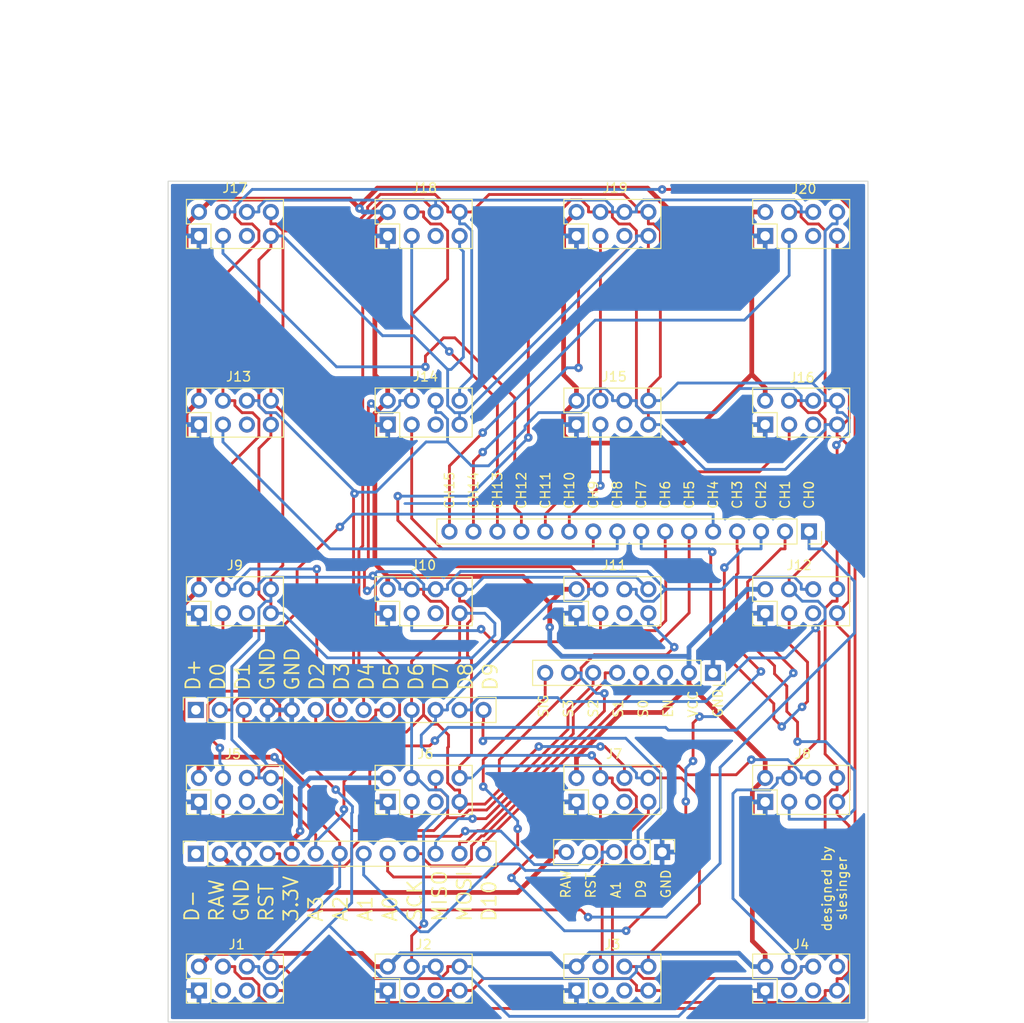
<source format=kicad_pcb>
(kicad_pcb (version 20221018) (generator pcbnew)
  (layers (0 "F.Cu" signal) (31 "B.Cu" mixed) (34 "B.Paste" user) (35 "F.Paste" user) (36 "B.SilkS" user "B.Silkscreen") (37 "F.SilkS" user "F.Silkscreen") (38 "B.Mask" user) (39 "F.Mask" user) (44 "Edge.Cuts" user))
  (net 0 "")
  (net 1 "GND")
  (net 2 "+3.3V")
  (net 3 "Net-(J1-Pin_4)")
  (net 4 "Net-(J1-Pin_6)")
  (net 5 "Net-(J1-Pin_7)")
  (net 6 "Net-(J1-Pin_8)")
  (net 7 "Net-(J10-Pin_4)")
  (net 8 "Net-(J11-Pin_4)")
  (net 9 "Net-(J12-Pin_4)")
  (net 10 "Net-(J25-Pin_1)")
  (net 11 "Net-(J22-Pin_3)")
  (net 12 "Net-(J25-Pin_2)")
  (net 13 "Net-(J25-Pin_3)")
  (net 14 "Net-(J25-Pin_4)")
  (net 15 "Net-(J25-Pin_5)")
  (net 16 "Net-(J10-Pin_6)")
  (net 17 "Net-(J10-Pin_3)")
  (net 18 "Net-(J11-Pin_3)")
  (net 19 "Net-(J12-Pin_3)")
  (net 20 "Net-(J13-Pin_3)")
  (net 21 "Net-(J13-Pin_6)")
  (net 22 "Net-(J14-Pin_3)")
  (net 23 "Net-(J15-Pin_3)")
  (net 24 "Net-(J16-Pin_3)")
  (net 25 "Net-(J17-Pin_3)")
  (net 27 "Net-(J17-Pin_6)")
  (net 28 "Net-(J18-Pin_3)")
  (net 29 "Net-(J19-Pin_3)")
  (net 30 "Net-(J20-Pin_3)")
  (net 31 "Net-(J21-Pin_2)")
  (net 32 "Net-(J21-Pin_3)")
  (net 33 "Net-(J21-Pin_4)")
  (net 36 "Net-(J23-Pin_9)")
  (net 37 "Net-(J23-Pin_10)")
  (net 38 "Net-(J23-Pin_11)")
  (net 39 "Net-(J23-Pin_12)")
  (net 40 "Net-(J23-Pin_13)")
  (net 64 "Net-(J21-Pin_5)")
  (footprint "Connector_PinHeader_2.54mm:PinHeader_2x04_P2.54mm_Vertical" (layer "F.Cu") (at 1.27 43.81 90)
    (fp_text reference "J9")
    (fp_text value "Conn_02x04_Odd_Even" hide)
  )
  (footprint "Connector_PinHeader_2.54mm:PinHeader_2x04_P2.54mm_Vertical" (layer "F.Cu") (at 41.27 23.81 90)
    (fp_text reference "J15")
    (fp_text value "Conn_02x04_Odd_Even" hide)
  )
  (footprint "Connector_PinHeader_2.54mm:PinHeader_2x04_P2.54mm_Vertical" (layer "F.Cu") (at 61.27 3.81 90)
    (fp_text reference "J20")
    (fp_text value "Conn_02x04_Odd_Even" hide)
  )
  (footprint "Connector_PinSocket_2.54mm:PinSocket_1x13_P2.54mm_Vertical" (layer "F.Cu") (at 0.94 54.065 90)
    (fp_text reference "J22" hide)
    (fp_text value "Conn_01x13_Pin" hide)
  )
  (footprint "Connector_PinHeader_2.54mm:PinHeader_1x05_P2.54mm_Vertical" (layer "F.Cu") (at 50.345 69.13 -90)
    (fp_text reference "J21" hide)
    (fp_text value "Conn_01x05_Pin" hide)
  )
  (footprint "Connector_PinHeader_2.54mm:PinHeader_2x04_P2.54mm_Vertical" (layer "F.Cu") (at 41.27 63.81 90)
    (fp_text reference "J7")
    (fp_text value "Conn_02x04_Odd_Even" hide)
  )
  (footprint "Connector_PinHeader_2.54mm:PinHeader_2x04_P2.54mm_Vertical" (layer "F.Cu") (at 21.27 3.81 90)
    (fp_text reference "J18")
    (fp_text value "Conn_02x04_Odd_Even" hide)
  )
  (footprint "Connector_PinHeader_2.54mm:PinHeader_2x04_P2.54mm_Vertical" (layer "F.Cu") (at 41.27 3.81 90)
    (fp_text reference "J19")
    (fp_text value "Conn_02x04_Odd_Even" hide)
  )
  (footprint "Connector_PinHeader_2.54mm:PinHeader_2x04_P2.54mm_Vertical" (layer "F.Cu") (at 41.27 83.81 90)
    (fp_text reference "J3")
    (fp_text value "Conn_02x04_Odd_Even" hide)
  )
  (footprint "Connector_PinHeader_2.54mm:PinHeader_2x04_P2.54mm_Vertical" (layer "F.Cu") (at 21.27 43.81 90)
    (fp_text reference "J10")
    (fp_text value "Conn_02x04_Odd_Even" hide)
  )
  (footprint "Connector_PinHeader_2.54mm:PinHeader_2x04_P2.54mm_Vertical" (layer "F.Cu") (at 61.27 23.81 90)
    (fp_text reference "J16")
    (fp_text value "Conn_02x04_Odd_Even" hide)
  )
  (footprint "Connector_PinHeader_2.54mm:PinHeader_2x04_P2.54mm_Vertical" (layer "F.Cu") (at 1.27 63.81 90)
    (fp_text reference "J5")
    (fp_text value "Conn_02x04_Odd_Even" hide)
  )
  (footprint "Connector_PinHeader_2.54mm:PinHeader_2x04_P2.54mm_Vertical" (layer "F.Cu") (at 1.27 83.81 90)
    (fp_text reference "J1")
    (fp_text value "Conn_02x04_Odd_Even" hide)
  )
  (footprint "Connector_PinSocket_2.54mm:PinSocket_1x16_P2.54mm_Vertical" (layer "F.Cu") (at 65.9121 35.144 -90)
    (fp_text reference "J25" hide)
    (fp_text value "Conn_01x16_Pin" hide)
  )
  (footprint "Connector_PinHeader_2.54mm:PinHeader_2x04_P2.54mm_Vertical" (layer "F.Cu") (at 41.27 43.81 90)
    (fp_text reference "J11")
    (fp_text value "Conn_02x04_Odd_Even" hide)
  )
  (footprint "Connector_PinHeader_2.54mm:PinHeader_2x04_P2.54mm_Vertical" (layer "F.Cu") (at 61.27 43.81 90)
    (fp_text reference "J12")
    (fp_text value "Conn_02x04_Odd_Even" hide)
  )
  (footprint "Connector_PinHeader_2.54mm:PinHeader_2x04_P2.54mm_Vertical" (layer "F.Cu") (at 1.27 23.81 90)
    (fp_text reference "J13")
    (fp_text value "Conn_02x04_Odd_Even" hide)
  )
  (footprint "Connector_PinSocket_2.54mm:PinSocket_1x13_P2.54mm_Vertical" (layer "F.Cu") (at 0.94 69.305 90)
    (fp_text reference "J23" hide)
    (fp_text value "Conn_01x13_Pin" hide)
  )
  (footprint "Connector_PinSocket_2.54mm:PinSocket_1x08_P2.54mm_Vertical" (layer "F.Cu") (at 55.7371 50.13 -90)
    (fp_text reference "J24" hide)
    (fp_text value "Conn_01x08_Pin" hide)
  )
  (footprint "Connector_PinHeader_2.54mm:PinHeader_2x04_P2.54mm_Vertical" (layer "F.Cu") (at 61.27 83.81 90)
    (fp_text reference "J4")
    (fp_text value "Conn_02x04_Odd_Even" hide)
  )
  (footprint "Connector_PinHeader_2.54mm:PinHeader_2x04_P2.54mm_Vertical" (layer "F.Cu") (at 61.27 63.81 90)
    (fp_text reference "J8")
    (fp_text value "Conn_02x04_Odd_Even" hide)
  )
  (footprint "Connector_PinHeader_2.54mm:PinHeader_2x04_P2.54mm_Vertical" (layer "F.Cu") (at 21.27 63.81 90)
    (fp_text reference "J6")
    (fp_text value "Conn_02x04_Odd_Even" hide)
  )
  (footprint "Connector_PinHeader_2.54mm:PinHeader_2x04_P2.54mm_Vertical" (layer "F.Cu") (at 1.27 3.81 90)
    (fp_text reference "J17")
    (fp_text value "Conn_02x04_Odd_Even" hide)
  )
  (footprint "Connector_PinHeader_2.54mm:PinHeader_2x04_P2.54mm_Vertical" (layer "F.Cu") (at 21.27 23.81 90)
    (fp_text reference "J14")
    (fp_text value "Conn_02x04_Odd_Even" hide)
  )
  (footprint "Connector_PinHeader_2.54mm:PinHeader_2x04_P2.54mm_Vertical" (layer "F.Cu") (at 21.27 83.81 90)
    (fp_text reference "J2")
    (fp_text value "Conn_02x04_Odd_Even" hide)
  )
  (gr_rect (start -2 -2) (end 72.16 87.14) (stroke (width 0.1)) (fill none) (layer "Edge.Cuts"))
  (gr_text locked "SIG" (at 38.357143 54.97 90) (layer "F.SilkS") (effects (font (size 1 1)) (justify left bottom)))
  (gr_text locked "CH2" (at 61.424143 32.855 90) (layer "F.SilkS") (effects (font (size 1 1)) (justify left bottom)))
  (gr_text locked "CH14" (at 30.944143 32.855 90) (layer "F.SilkS") (effects (font (size 1 1)) (justify left bottom)))
  (gr_text "GND" (at 12.02 52.13 90) (layer "F.SilkS") (effects (font (size 1.5 1.5) (thickness 0.1875)) (justify left bottom)))
  (gr_text locked "EN" (at 51.571428 54.97 90) (layer "F.SilkS") (effects (font (size 1 1)) (justify left bottom)))
  (gr_text locked "GND" (at 56.857143 54.97 90) (layer "F.SilkS") (effects (font (size 1 1)) (justify left bottom)))
  (gr_text "RST" (at 43.38 74.13 90) (layer "F.SilkS") (effects (font (size 1 1)) (justify left bottom)))
  (gr_text "RAW" (at 4.02 76.63 90) (layer "F.SilkS") (effects (font (size 1.5 1.5) (thickness 0.1875)) (justify left bottom)))
  (gr_text "MISO" (at 27.645 76.63 90) (layer "F.SilkS") (effects (font (size 1.5 1.5) (thickness 0.1875)) (justify left bottom)))
  (gr_text "D-" (at 1.395 76.63 90) (layer "F.SilkS") (effects (font (size 1.5 1.5) (thickness 0.1875)) (justify left bottom)))
  (gr_text locked "S0" (at 48.928571 54.97 90) (layer "F.SilkS") (effects (font (size 1 1)) (justify left bottom)))
  (gr_text "A0" (at 22.395 76.63 90) (layer "F.SilkS") (effects (font (size 1.5 1.5) (thickness 0.1875)) (justify left bottom)))
  (gr_text "D9" (at 48.69 74.13 90) (layer "F.SilkS") (effects (font (size 1 1)) (justify left bottom)))
  (gr_text locked "CH3" (at 58.884143 32.855 90) (layer "F.SilkS") (effects (font (size 1 1)) (justify left bottom)))
  (gr_text "A2" (at 17.145 76.63 90) (layer "F.SilkS") (effects (font (size 1.5 1.5) (thickness 0.1875)) (justify left bottom)))
  (gr_text "D8" (at 30.395 52.13 90) (layer "F.SilkS") (effects (font (size 1.5 1.5) (thickness 0.1875)) (justify left bottom)))
  (gr_text "D0" (at 4.145 52.13 90) (layer "F.SilkS") (effects (font (size 1.5 1.5) (thickness 0.1875)) (justify left bottom)))
  (gr_text "D1" (at 6.77 52.13 90) (layer "F.SilkS") (effects (font (size 1.5 1.5) (thickness 0.1875)) (justify left bottom)))
  (gr_text "A1" (at 46.035 74.13 90) (layer "F.SilkS") (effects (font (size 1 1)) (justify left bottom)))
  (gr_text locked "CH6" (at 51.264143 32.855 90) (layer "F.SilkS") (effects (font (size 1 1)) (justify left bottom)))
  (gr_text locked "CH5" (at 53.804143 32.855 90) (layer "F.SilkS") (effects (font (size 1 1)) (justify left bottom)))
  (gr_text locked "VCC" (at 54.214285 54.97 90) (layer "F.SilkS") (effects (font (size 1 1)) (justify left bottom)))
  (gr_text "D10" (at 32.895 76.63 90) (layer "F.SilkS") (effects (font (size 1.5 1.5) (thickness 0.1875)) (justify left bottom)))
  (gr_text "GND" (at 6.645 76.63 90) (layer "F.SilkS") (effects (font (size 1.5 1.5) (thickness 0.1875)) (justify left bottom)))
  (gr_text "MOSI" (at 30.27 76.63 90) (layer "F.SilkS") (effects (font (size 1.5 1.5) (thickness 0.1875)) (justify left bottom)))
  (gr_text "3.3V" (at 11.895 76.63 90) (layer "F.SilkS") (effects (font (size 1.5 1.5) (thickness 0.1875)) (justify left bottom)))
  (gr_text "D2" (at 14.645 52.13 90) (layer "F.SilkS") (effects (font (size 1.5 1.5) (thickness 0.1875)) (justify left bottom)))
  (gr_text locked "CH0" (at 66.504143 32.855 90) (layer "F.SilkS") (effects (font (size 1 1)) (justify left bottom)))
  (gr_text "D4" (at 19.895 52.13 90) (layer "F.SilkS") (effects (font (size 1.5 1.5) (thickness 0.1875)) (justify left bottom)))
  (gr_text "A1" (at 19.77 76.63 90) (layer "F.SilkS") (effects (font (size 1.5 1.5) (thickness 0.1875)) (justify left bottom)))
  (gr_text locked "CH1" (at 63.964143 32.855 90) (layer "F.SilkS") (effects (font (size 1 1)) (justify left bottom)))
  (gr_text locked "CH15" (at 28.404143 32.855 90) (layer "F.SilkS") (effects (font (size 1 1)) (justify left bottom)))
  (gr_text locked "S2" (at 43.642857 54.97 90) (layer "F.SilkS") (effects (font (size 1 1)) (justify left bottom)))
  (gr_text locked "S3" (at 41 54.97 90) (layer "F.SilkS") (effects (font (size 1 1)) (justify left bottom)))
  (gr_text locked "CH10" (at 41.104143 32.855 90) (layer "F.SilkS") (effects (font (size 1 1)) (justify left bottom)))
  (gr_text locked "CH13" (at 33.484143 32.855 90) (layer "F.SilkS") (effects (font (size 1 1)) (justify left bottom)))
  (gr_text locked "S1" (at 46.285714 54.97 90) (layer "F.SilkS") (effects (font (size 1 1)) (justify left bottom)))
  (gr_text locked "CH11" (at 38.564143 32.855 90) (layer "F.SilkS") (effects (font (size 1 1)) (justify left bottom)))
  (gr_text "GND" (at 51.345 74.13 90) (layer "F.SilkS") (effects (font (size 1 1)) (justify left bottom)))
  (gr_text "GND" (at 9.395 52.13 90) (layer "F.SilkS") (effects (font (size 1.5 1.5) (thickness 0.1875)) (justify left bottom)))
  (gr_text "D6" (at 25.145 52.13 90) (layer "F.SilkS") (effects (font (size 1.5 1.5) (thickness 0.1875)) (justify left bottom)))
  (gr_text "D5" (at 22.52 52.13 90) (layer "F.SilkS") (effects (font (size 1.5 1.5) (thickness 0.1875)) (justify left bottom)))
  (gr_text "RAW" (at 40.725 74.13 90) (layer "F.SilkS") (effects (font (size 1 1)) (justify left bottom)))
  (gr_text locked "CH4" (at 56.344143 32.855 90) (layer "F.SilkS") (effects (font (size 1 1)) (justify left bottom)))
  (gr_text "D9" (at 33.02 52.13 90) (layer "F.SilkS") (effects (font (size 1.5 1.5) (thickness 0.1875)) (justify left bottom)))
  (gr_text "D3" (at 17.27 52.13 90) (layer "F.SilkS") (effects (font (size 1.5 1.5) (thickness 0.1875)) (justify left bottom)))
  (gr_text "D7" (at 27.77 52.13 90) (layer "F.SilkS") (effects (font (size 1.5 1.5) (thickness 0.1875)) (justify left bottom)))
  (gr_text locked "CH8" (at 46.184143 32.855 90) (layer "F.SilkS") (effects (font (size 1 1)) (justify left bottom)))
  (gr_text "A3" (at 14.52 76.63 90) (layer "F.SilkS") (effects (font (size 1.5 1.5) (thickness 0.1875)) (justify left bottom)))
  (gr_text "RST" (at 9.27 76.63 90) (layer "F.SilkS") (effects (font (size 1.5 1.5) (thickness 0.1875)) (justify left bottom)))
  (gr_text locked "CH9" (at 43.644143 32.855 90) (layer "F.SilkS") (effects (font (size 1 1)) (justify left bottom)))
  (gr_text locked "CH7" (at 48.724143 32.855 90) (layer "F.SilkS") (effects (font (size 1 1)) (justify left bottom)))
  (gr_text "D+" (at 1.52 52.13 90) (layer "F.SilkS") (effects (font (size 1.5 1.5) (thickness 0.1875)) (justify left bottom)))
  (gr_text "SCK" (at 25.02 76.63 90) (layer "F.SilkS") (effects (font (size 1.5 1.5) (thickness 0.1875)) (justify left bottom)))
  (gr_text "designed by\nslesinger" (at 70 73 90) (layer "F.SilkS") (effects (font (size 1 1)) (justify bottom)))
  (gr_text locked "CH12" (at 36.024143 32.855 90) (layer "F.SilkS") (effects (font (size 1 1)) (justify left bottom)))
  (segment (start 19.9081 38.5462) (end 19.9081 22.6319) (width 0.5) (layer "F.Cu") (net 2))
  (segment (start 39.9081 41.27) (end 38.4426 42.7355) (width 0.5) (layer "F.Cu") (net 2))
  (segment (start 39.9081 18.5462) (end 39.9081 2.6319) (width 0.5) (layer "F.Cu") (net 2))
  (segment (start 1.27 59.9081) (end 1.6094 59.9081) (width 0.5) (layer "F.Cu") (net 2))
  (segment (start 39.9081 2.6319) (end 41.27 1.27) (width 0.5) (layer "F.Cu") (net 2))
  (segment (start 1.6094 59.9081) (end 2.4498 59.0677) (width 0.5) (layer "F.Cu") (net 2))
  (segment (start 19.9081 81.27) (end 18.5079 79.8698) (width 0.5) (layer "F.Cu") (net 2))
  (segment (start 17.2884 -0.094) (end 2.634 -0.094) (width 0.5) (layer "F.Cu") (net 2))
  (segment (start 46.0392 54.3321) (end 41.27 59.1013) (width 0.5) (layer "F.Cu") (net 2))
  (segment (start 41.27 59.1013) (end 41.27 61.27) (width 0.5) (layer "F.Cu") (net 2))
  (segment (start 53.1971 51.301) (end 53.1971 51.4904) (width 0.5) (layer "F.Cu") (net 2))
  (segment (start 21.27 21.27) (end 21.27 19.9081) (width 0.5) (layer "F.Cu") (net 2))
  (segment (start 38.4426 42.7355) (end 35.6152 39.9081) (width 0.5) (layer "F.Cu") (net 2))
  (segment (start 2.634 -0.094) (end 1.27 1.27) (width 0.5) (layer "F.Cu") (net 2))
  (segment (start 21.27 39.9081) (end 19.9081 38.5462) (width 0.5) (layer "F.Cu") (net 2))
  (segment (start 39.9081 24.9017) (end 39.9081 22.6319) (width 0.5) (layer "F.Cu") (net 2))
  (segment (start 52.5635 25.7712) (end 40.7776 25.7712) (width 0.5) (layer "F.Cu") (net 2))
  (segment (start 1.27 39.9081) (end -0.0919 38.5462) (width 0.5) (layer "F.Cu") (net 2))
  (segment (start 39.9081 22.6319) (end 41.27 21.27) (width 0.5) (layer "F.Cu") (net 2))
  (segment (start 11.1 67.9431) (end 11.991 67.0521) (width 0.5) (layer "F.Cu") (net 2))
  (segment (start 59.8483 18.4864) (end 52.5635 25.7712) (width 0.5) (layer "F.Cu") (net 2))
  (segment (start 11.1 69.305) (end 11.1 67.9431) (width 0.5) (layer "F.Cu") (net 2))
  (segment (start 18.1494 0.767) (end 20.1751 -1.2587) (width 0.5) (layer "F.Cu") (net 2))
  (segment (start 11.991 67.0521) (end 11.991 66.8829) (width 0.5) (layer "F.Cu") (net 2))
  (segment (start 19.9081 22.6319) (end 21.27 21.27) (width 0.5) (layer "F.Cu") (net 2))
  (segment (start 53.1971 50.13) (end 53.1971 51.301) (width 0.5) (layer "F.Cu") (net 2))
  (segment (start 53.1971 51.4904) (end 50.3554 54.3321) (width 0.5) (layer "F.Cu") (net 2))
  (segment (start 2.6702 79.8698) (end 1.27 81.27) (width 0.5) (layer "F.Cu") (net 2))
  (segment (start 59.8483 1.27) (end 59.8483 18.4864) (width 0.5) (layer "F.Cu") (net 2))
  (segment (start 41.27 19.9081) (end 39.9081 18.5462) (width 0.5) (layer "F.Cu") (net 2))
  (segment (start -0.0919 18.5462) (end 1.27 19.9081) (width 0.5) (layer "F.Cu") (net 2))
  (segment (start 1.27 1.27) (end -0.0919 2.6319) (width 0.5) (layer "F.Cu") (net 2))
  (segment (start 51.3383 1.27) (end 59.8483 1.27) (width 0.5) (layer "F.Cu") (net 2))
  (segment (start 41.27 41.27) (end 39.9081 41.27) (width 0.5) (layer "F.Cu") (net 2))
  (segment (start 53.3673 51.4919) (end 61.27 59.3946) (width 0.5) (layer "F.Cu") (net 2))
  (segment (start 40.7776 25.7712) (end 39.9081 24.9017) (width 0.5) (layer "F.Cu") (net 2))
  (segment (start 18.5079 79.8698) (end 2.6702 79.8698) (width 0.5) (layer "F.Cu") (net 2))
  (segment (start 61.27 1.27) (end 59.8483 1.27) (width 0.5) (layer "F.Cu") (net 2))
  (segment (start 53.1971 51.4904) (end 53.1971 51.4919) (width 0.5) (layer "F.Cu") (net 2))
  (segment (start 21.27 81.27) (end 19.9081 81.27) (width 0.5) (layer "F.Cu") (net 2))
  (segment (start 59.9081 62.6319) (end 61.27 61.27) (width 0.5) (layer "F.Cu") (net 2))
  (segment (start 19.9081 18.5462) (end 19.9081 2.6319) (width 0.5) (layer "F.Cu") (net 2))
  (segment (start 35.6152 39.9081) (end 21.27 39.9081) (width 0.5) (layer "F.Cu") (net 2))
  (segment (start 21.27 41.27) (end 21.27 39.9081) (width 0.5) (layer "F.Cu") (net 2))
  (segment (start -0.4219 56.196) (end -0.4219 42.9619) (width 0.5) (layer "F.Cu") (net 2))
  (segment (start 1.27 61.27) (end 1.27 59.9081) (width 0.5) (layer "F.Cu") (net 2))
  (segment (start 19.9081 2.6319) (end 21.27 1.27) (width 0.5) (layer "F.Cu") (net 2))
  (segment (start 18.1494 0.767) (end 17.2884 -0.094) (width 0.5) (layer "F.Cu") (net 2))
  (segment (start 18.2806 0.8982) (end 18.1494 0.767) (width 0.5) (layer "F.Cu") (net 2))
  (segment (start 61.27 81.27) (end 61.27 79.9081) (width 0.5) (layer "F.Cu") (net 2))
  (segment (start 50.3554 54.3321) (end 46.0392 54.3321) (width 0.5) (layer "F.Cu") (net 2))
  (segment (start 20.1751 -1.2587) (end 48.8096 -1.2587) (width 0.5) (layer "F.Cu") (net 2))
  (segment (start 59.9081 78.5462) (end 59.9081 62.6319) (width 0.5) (layer "F.Cu") (net 2))
  (segment (start 59.8483 18.4864) (end 61.27 19.9081) (width 0.5) (layer "F.Cu") (net 2))
  (segment (start 48.8096 -1.2587) (end 51.3383 1.27) (width 0.5) (layer "F.Cu") (net 2))
  (segment (start 21.27 19.9081) (end 19.9081 18.5462) (width 0.5) (layer "F.Cu") (net 2))
  (segment (start 1.27 41.27) (end 1.27 39.9081) (width 0.5) (layer "F.Cu") (net 2))
  (segment (start -0.0919 38.5462) (end -0.0919 22.6319) (width 0.5) (layer "F.Cu") (net 2))
  (segment (start 61.27 79.9081) (end 59.9081 78.5462) (width 0.5) (layer "F.Cu") (net 2))
  (segment (start -0.4219 42.9619) (end 1.27 41.27) (width 0.5) (layer "F.Cu") (net 2))
  (segment (start 1.27 21.27) (end 1.27 19.9081) (width 0.5) (layer "F.Cu") (net 2))
  (segment (start 61.27 59.3946) (end 61.27 61.27) (width 0.5) (layer "F.Cu") (net 2))
  (segment (start -0.0919 22.6319) (end 1.27 21.27) (width 0.5) (layer "F.Cu") (net 2))
  (segment (start -0.0919 2.6319) (end -0.0919 18.5462) (width 0.5) (layer "F.Cu") (net 2))
  (segment (start 53.1971 51.4919) (end 53.3673 51.4919) (width 0.5) (layer "F.Cu") (net 2))
  (segment (start 2.4498 59.0677) (end -0.4219 56.196) (width 0.5) (layer "F.Cu") (net 2))
  (segment (start 9.2706 59.0677) (end 2.4498 59.0677) (width 0.5) (layer "F.Cu") (net 2))
  (segment (start 61.27 21.27) (end 61.27 19.9081) (width 0.5) (layer "F.Cu") (net 2))
  (segment (start 41.27 21.27) (end 41.27 19.9081) (width 0.5) (layer "F.Cu") (net 2))
  (segment (start 38.4426 42.7355) (end 38.4426 45.2985) (width 0.5) (layer "F.Cu") (net 2))
  (via (at 38.4426 45.2985) (size 0.9) (drill 0.3) (layers "F.Cu" "B.Cu") (net 2))
  (via (at 11.991 66.8829) (size 0.9) (drill 0.3) (layers "F.Cu" "B.Cu") (net 2))
  (via (at 9.2706 59.0677) (size 0.9) (drill 0.3) (layers "F.Cu" "B.Cu") (net 2))
  (via (at 18.2806 0.8982) (size 0.9) (drill 0.3) (layers "F.Cu" "B.Cu") (net 2))
  (segment (start 21.27 1.27) (end 18.6524 1.27) (width 0.5) (layer "B.Cu") (net 2))
  (segment (start 38.4426 47.1067) (end 38.4426 45.2985) (width 0.5) (layer "B.Cu") (net 2))
  (segment (start 12.2603 62.0574) (end 11.991 62.3267) (width 0.5) (layer "B.Cu") (net 2))
  (segment (start 18.6524 1.27) (end 18.2806 0.8982) (width 0.5) (layer "B.Cu") (net 2))
  (segment (start 21.27 61.27) (end 19.9081 61.27) (width 0.5) (layer "B.Cu") (net 2))
  (segment (start 53.1971 48.3775) (end 53.1971 47.4164) (width 0.5) (layer "B.Cu") (net 2))
  (segment (start 9.2706 59.0677) (end 12.2603 62.0574) (width 0.5) (layer "B.Cu") (net 2))
  (segment (start 59.3435 41.27) (end 61.27 41.27) (width 0.5) (layer "B.Cu") (net 2))
  (segment (start 58.4932 79.8551) (end 42.6849 79.8551) (width 0.5) (layer "B.Cu") (net 2))
  (segment (start 21.27 81.27) (end 22.6319 79.9081) (width 0.5) (layer "B.Cu") (net 2))
  (segment (start 53.1971 48.7681) (end 53.1971 48.3775) (width 0.5) (layer "B.Cu") (net 2))
  (segment (start 53.1971 47.4164) (end 59.3435 41.27) (width 0.5) (layer "B.Cu") (net 2))
  (segment (start 59.9081 81.27) (end 58.4932 79.8551) (width 0.5) (layer "B.Cu") (net 2))
  (segment (start 39.7134 48.3775) (end 38.4426 47.1067) (width 0.5) (layer "B.Cu") (net 2))
  (segment (start 53.1971 50.13) (end 53.1971 48.7681) (width 0.5) (layer "B.Cu") (net 2))
  (segment (start 53.1971 48.3775) (end 39.7134 48.3775) (width 0.5) (layer "B.Cu") (net 2))
  (segment (start 19.9081 61.27) (end 13.0477 61.27) (width 0.5) (layer "B.Cu") (net 2))
  (segment (start 13.0477 61.27) (end 12.2603 62.0574) (width 0.5) (layer "B.Cu") (net 2))
  (segment (start 22.6319 79.9081) (end 38.5462 79.9081) (width 0.5) (layer "B.Cu") (net 2))
  (segment (start 42.6849 79.8551) (end 41.27 81.27) (width 0.5) (layer "B.Cu") (net 2))
  (segment (start 41.27 81.27) (end 39.9081 81.27) (width 0.5) (layer "B.Cu") (net 2))
  (segment (start 38.5462 79.9081) (end 39.9081 81.27) (width 0.5) (layer "B.Cu") (net 2))
  (segment (start 11.991 62.3267) (end 11.991 66.8829) (width 0.5) (layer "B.Cu") (net 2))
  (segment (start 61.27 81.27) (end 59.9081 81.27) (width 0.5) (layer "B.Cu") (net 2))
  (segment (start 3.81 8.162) (end 7.62 4.352) (width 0.3) (layer "F.Cu") (net 3))
  (segment (start 68.8259 85.7094) (end 70.7883 83.747) (width 0.3) (layer "F.Cu") (net 3))
  (segment (start 5.0719 21.7837) (end 5.0719 21.27) (width 0.3) (layer "F.Cu") (net 3))
  (segment (start 21.26 54.065) (end 19.9981 54.065) (width 0.3) (layer "F.Cu") (net 3))
  (segment (start 14.9094 53.2291) (end 13.7527 52.0724) (width 0.3) (layer "F.Cu") (net 3))
  (segment (start 19.2884 55.3269) (end 15.6082 55.3269) (width 0.3) (layer "F.Cu") (net 3))
  (segment (start 70.7883 1.3616) (end 68.3059 -1.1208) (width 0.3) (layer "F.Cu") (net 3))
  (segment (start 3.81 21.27) (end 5.0719 21.27) (width 0.3) (layer "F.Cu") (net 3))
  (segment (start 7.62 84.3728) (end 8.9566 85.7094) (width 0.3) (layer "F.Cu") (net 3))
  (segment (start 5.0719 81.27) (end 5.0719 81.8221) (width 0.3) (layer "F.Cu") (net 3))
  (segment (start 3.6647 52.0724) (end 2.2181 53.519) (width 0.3) (layer "F.Cu") (net 3))
  (segment (start 68.3059 -1.1208) (end 50.3493 -1.1208) (width 0.3) (layer "F.Cu") (net 3))
  (segment (start 7.62 4.352) (end 7.62 3.2469) (width 0.3) (layer "F.Cu") (net 3))
  (segment (start 3.81 81.27) (end 5.0719 81.27) (width 0.3) (layer "F.Cu") (net 3))
  (segment (start 6.9485 22.5481) (end 5.8363 22.5481) (width 0.3) (layer "F.Cu") (net 3))
  (segment (start 6.9131 2.54) (end 5.7759 2.54) (width 0.3) (layer "F.Cu") (net 3))
  (segment (start 8.9566 85.7094) (end 68.8259 85.7094) (width 0.3) (layer "F.Cu") (net 3))
  (segment (start 19.9981 54.065) (end 19.9981 54.6172) (width 0.3) (layer "F.Cu") (net 3))
  (segment (start 19.9981 54.6172) (end 19.2884 55.3269) (width 0.3) (layer "F.Cu") (net 3))
  (segment (start 3.81 1.27) (end 5.0719 1.27) (width 0.3) (layer "F.Cu") (net 3))
  (segment (start 14.9094 54.6281) (end 14.9094 53.2291) (width 0.3) (layer "F.Cu") (net 3))
  (segment (start 13.7527 52.0724) (end 13.7527 39.1175) (width 0.3) (layer "F.Cu") (net 3))
  (segment (start 3.81 21.27) (end 3.81 8.162) (width 0.3) (layer "F.Cu") (net 3))
  (segment (start 5.0719 1.836) (end 5.0719 1.27) (width 0.3) (layer "F.Cu") (net 3))
  (segment (start 7.62 25.0704) (end 7.62 23.2196) (width 0.3) (layer "F.Cu") (net 3))
  (segment (start 7.62 23.2196) (end 6.9485 22.5481) (width 0.3) (layer "F.Cu") (net 3))
  (segment (start 3.81 28.8804) (end 7.62 25.0704) (width 0.3) (layer "F.Cu") (net 3))
  (segment (start 5.7896 82.5398) (end 6.9337 82.5398) (width 0.3) (layer "F.Cu") (net 3))
  (segment (start 3.81 41.27) (end 3.81 28.8804) (width 0.3) (layer "F.Cu") (net 3))
  (segment (start 70.7883 83.747) (end 70.7883 1.3616) (width 0.3) (layer "F.Cu") (net 3))
  (segment (start 7.62 3.2469) (end 6.9131 2.54) (width 0.3) (layer "F.Cu") (net 3))
  (segment (start 2.2181 56.8228) (end 3.485 58.0897) (width 0.3) (layer "F.Cu") (net 3))
  (segment (start 6.9337 82.5398) (end 7.62 83.2261) (width 0.3) (layer "F.Cu") (net 3))
  (segment (start 7.62 83.2261) (end 7.62 84.3728) (width 0.3) (layer "F.Cu") (net 3))
  (segment (start 2.2181 53.519) (end 2.2181 56.8228) (width 0.3) (layer "F.Cu") (net 3))
  (segment (start 5.7759 2.54) (end 5.0719 1.836) (width 0.3) (layer "F.Cu") (net 3))
  (segment (start 15.6082 55.3269) (end 14.9094 54.6281) (width 0.3) (layer "F.Cu") (net 3))
  (segment (start 13.7527 52.0724) (end 3.6647 52.0724) (width 0.3) (layer "F.Cu") (net 3))
  (segment (start 5.0719 81.8221) (end 5.7896 82.5398) (width 0.3) (layer "F.Cu") (net 3))
  (segment (start 5.8363 22.5481) (end 5.0719 21.7837) (width 0.3) (layer "F.Cu") (net 3))
  (via (at 3.485 58.0897) (size 0.9) (drill 0.3) (layers "F.Cu" "B.Cu") (net 3))
  (via (at 13.7527 39.1175) (size 0.9) (drill 0.3) (layers "F.Cu" "B.Cu") (net 3))
  (via (at 50.3493 -1.1208) (size 0.9) (drill 0.3) (layers "F.Cu" "B.Cu") (net 3))
  (segment (start 3.81 41.27) (end 5.0719 41.27) (width 0.3) (layer "B.Cu") (net 3))
  (segment (start 5.0719 1.27) (end 5.0719 0.7179) (width 0.3) (layer "B.Cu") (net 3))
  (segment (start 3.485 58.0897) (end 3.485 59.6831) (width 0.3) (layer "B.Cu") (net 3))
  (segment (start 5.0719 40.7471) (end 5.0719 41.27) (width 0.3) (layer "B.Cu") (net 3))
  (segment (start 3.81 1.27) (end 5.0719 1.27) (width 0.3) (layer "B.Cu") (net 3))
  (segment (start 6.9106 -1.1208) (end 50.3493 -1.1208) (width 0.3) (layer "B.Cu") (net 3))
  (segment (start 13.7527 39.1175) (end 6.7015 39.1175) (width 0.3) (layer "B.Cu") (net 3))
  (segment (start 3.81 61.27) (end 3.81 60.0081) (width 0.3) (layer "B.Cu") (net 3))
  (segment (start 6.7015 39.1175) (end 5.0719 40.7471) (width 0.3) (layer "B.Cu") (net 3))
  (segment (start 3.485 59.6831) (end 3.81 60.0081) (width 0.3) (layer "B.Cu") (net 3))
  (segment (start 5.0719 0.7179) (end 6.9106 -1.1208) (width 0.3) (layer "B.Cu") (net 3))
  (segment (start 9.83 56.5804) (end 15.7578 62.5082) (width 0.3) (layer "F.Cu") (net 4))
  (segment (start 47.6119 81.7765) (end 48.3673 82.5319) (width 0.3) (layer "F.Cu") (net 4))
  (segment (start 9.0617 52.7521) (end 9.83 53.5204) (width 0.3) (layer "F.Cu") (net 4))
  (segment (start 3.48 54.065) (end 4.7419 54.065) (width 0.3) (layer "F.Cu") (net 4))
  (segment (start 66.35 81.27) (end 65.0881 81.27) (width 0.3) (layer "F.Cu") (net 4))
  (segment (start 5.5027 52.7521) (end 9.0617 52.7521) (width 0.3) (layer "F.Cu") (net 4))
  (segment (start 4.7419 54.065) (end 4.7419 53.5129) (width 0.3) (layer "F.Cu") (net 4))
  (segment (start 4.7419 53.5129) (end 5.5027 52.7521) (width 0.3) (layer "F.Cu") (net 4))
  (segment (start 47.6119 81.27) (end 47.6119 81.7765) (width 0.3) (layer "F.Cu") (net 4))
  (segment (start 48.3673 82.5319) (end 64.3783 82.5319) (width 0.3) (layer "F.Cu") (net 4))
  (segment (start 64.3783 82.5319) (end 65.0881 81.8221) (width 0.3) (layer "F.Cu") (net 4))
  (segment (start 46.35 81.27) (end 47.6119 81.27) (width 0.3) (layer "F.Cu") (net 4))
  (segment (start 65.0881 81.8221) (end 65.0881 81.27) (width 0.3) (layer "F.Cu") (net 4))
  (segment (start 9.83 53.5204) (end 9.83 56.5804) (width 0.3) (layer "F.Cu") (net 4))
  (via (at 15.7578 62.5082) (size 0.9) (drill 0.3) (layers "F.Cu" "B.Cu") (net 4))
  (segment (start 25.0881 81.7929) (end 25.0881 81.27) (width 0.3) (layer "B.Cu") (net 4))
  (segment (start 27.0431 82.54) (end 30.1504 82.54) (width 0.3) (layer "B.Cu") (net 4))
  (segment (start 17.5343 64.9233) (end 17.4501 65.0075) (width 0.3) (layer "B.Cu") (net 4))
  (segment (start 56.0971 82.5398) (end 64.3412 82.5398) (width 0.3) (layer "B.Cu") (net 4))
  (segment (start 34.1569 86.5465) (end 52.0904 86.5465) (width 0.3) (layer "B.Cu") (net 4))
  (segment (start 66.35 81.27) (end 65.0881 81.27) (width 0.3) (layer "B.Cu") (net 4))
  (segment (start 8.359 82.54) (end 7.6119 81.7929) (width 0.3) (layer "B.Cu") (net 4))
  (segment (start 26.35 81.27) (end 25.7731 81.27) (width 0.3) (layer "B.Cu") (net 4))
  (segment (start 64.3412 82.5398) (end 65.0881 81.7929) (width 0.3) (layer "B.Cu") (net 4))
  (segment (start 20.6811 82.54) (end 24.341 82.54) (width 0.3) (layer "B.Cu") (net 4))
  (segment (start 15.0463 76.9052) (end 20.6811 82.54) (width 0.3) (layer "B.Cu") (net 4))
  (segment (start 65.0881 81.7929) (end 65.0881 81.27) (width 0.3) (layer "B.Cu") (net 4))
  (segment (start 17.4501 74.5014) (end 15.0463 76.9052) (width 0.3) (layer "B.Cu") (net 4))
  (segment (start 52.0904 86.5465) (end 56.0971 82.5398) (width 0.3) (layer "B.Cu") (net 4))
  (segment (start 17.5343 64.2847) (end 17.5343 64.9233) (width 0.3) (layer "B.Cu") (net 4))
  (segment (start 15.0463 76.9052) (end 9.4115 82.54) (width 0.3) (layer "B.Cu") (net 4))
  (segment (start 30.1504 82.54) (end 34.1569 86.5465) (width 0.3) (layer "B.Cu") (net 4))
  (segment (start 7.6119 81.7929) (end 7.6119 81.27) (width 0.3) (layer "B.Cu") (net 4))
  (segment (start 6.35 81.27) (end 7.6119 81.27) (width 0.3) (layer "B.Cu") (net 4))
  (segment (start 25.7731 81.27) (end 27.0431 82.54) (width 0.3) (layer "B.Cu") (net 4))
  (segment (start 17.4501 65.0075) (end 17.4501 74.5014) (width 0.3) (layer "B.Cu") (net 4))
  (segment (start 15.7578 62.5082) (end 17.5343 64.2847) (width 0.3) (layer "B.Cu") (net 4))
  (segment (start 25.7731 81.27) (end 25.0881 81.27) (width 0.3) (layer "B.Cu") (net 4))
  (segment (start 9.4115 82.54) (end 8.359 82.54) (width 0.3) (layer "B.Cu") (net 4))
  (segment (start 24.341 82.54) (end 25.0881 81.7929) (width 0.3) (layer "B.Cu") (net 4))
  (segment (start 8.3671 42.5481) (end 7.62 41.801) (width 0.3) (layer "F.Cu") (net 5))
  (segment (start 28.89 83.81) (end 30.1519 83.81) (width 0.3) (layer "F.Cu") (net 5))
  (segment (start 25.07 54.5827) (end 23.2511 56.4016) (width 0.3) (layer "F.Cu") (net 5))
  (segment (start 26.06 55.5727) (end 26.5657 55.5727) (width 0.3) (layer "F.Cu") (net 5))
  (segment (start 33.0985 62.525) (end 31.5783 64.0452) (width 0.3) (layer "F.Cu") (net 5))
  (segment (start 27.62 58.06) (end 27.62 61.801) (width 0.3) (layer "F.Cu") (net 5))
  (segment (start 8.89 5.0719) (end 7.62 6.3419) (width 0.3) (layer "F.Cu") (net 5))
  (segment (start 25.07 52.6587) (end 28.89 48.8387) (width 0.3) (layer "F.Cu") (net 5))
  (segment (start 28.89 48.8387) (end 28.89 43.81) (width 0.3) (layer "F.Cu") (net 5))
  (segment (start 70.1884 23.1425) (end 70.1884 6.3703) (width 0.3) (layer "F.Cu") (net 5))
  (segment (start 8.89 3.81) (end 8.89 5.0719) (width 0.3) (layer "F.Cu") (net 5))
  (segment (start 21.8869 56.4016) (end 16.6326 61.6559) (width 0.3) (layer "F.Cu") (net 5))
  (segment (start 47.623 6.3389) (end 48.89 5.0719) (width 0.3) (layer "F.Cu") (net 5))
  (segment (start 70.1696 81.7914) (end 69.4129 82.5481) (width 0.3) (layer "F.Cu") (net 5))
  (segment (start 31.5783 64.0452) (end 29.684 64.0452) (width 0.3) (layer "F.Cu") (net 5))
  (segment (start 23.2511 56.4016) (end 21.8869 56.4016) (width 0.3) (layer "F.Cu") (net 5))
  (segment (start 51.4138 85.0719) (end 50.1519 83.81) (width 0.3) (layer "F.Cu") (net 5))
  (segment (start 7.62 6.3419) (end 7.62 21.801) (width 0.3) (layer "F.Cu") (net 5))
  (segment (start 7.62 41.801) (end 7.62 26.3419) (width 0.3) (layer "F.Cu") (net 5))
  (segment (start 25.07 54.5827) (end 25.07 52.6587) (width 0.3) (layer "F.Cu") (net 5))
  (segment (start 13.64 68.8149) (end 13.64 68.0431) (width 0.3) (layer "F.Cu") (net 5))
  (segment (start 29.684 64.0452) (end 28.89 64.8392) (width 0.3) (layer "F.Cu") (net 5))
  (segment (start 68.89 63.81) (end 68.89 65.0719) (width 0.3) (layer "F.Cu") (net 5))
  (segment (start 43.156 48.213) (end 41.7671 49.6019) (width 0.3) (layer "F.Cu") (net 5))
  (segment (start 48.89 83.81) (end 50.1519 83.81) (width 0.3) (layer "F.Cu") (net 5))
  (segment (start 27.6281 83.81) (end 27.6281 84.3622) (width 0.3) (layer "F.Cu") (net 5))
  (segment (start 7.62 26.3419) (end 8.89 25.0719) (width 0.3) (layer "F.Cu") (net 5))
  (segment (start 69.4129 82.5481) (end 68.89 82.5481) (width 0.3) (layer "F.Cu") (net 5))
  (segment (start 27.7133 57.9667) (end 27.62 58.06) (width 0.3) (layer "F.Cu") (net 5))
  (segment (start 68.89 83.81) (end 68.89 82.5481) (width 0.3) (layer "F.Cu") (net 5))
  (segment (start 51.636 47.4068) (end 50.8298 48.213) (width 0.3) (layer "F.Cu") (net 5))
  (segment (start 27.7133 56.7203) (end 27.7133 57.9667) (width 0.3) (layer "F.Cu") (net 5))
  (segment (start 48.3671 22.5481) (end 47.623 21.804) (width 0.3) (layer "F.Cu") (net 5))
  (segment (start 26.9184 85.0719) (end 11.4138 85.0719) (width 0.3) (layer "F.Cu") (net 5))
  (segment (start 28.3131 83.81) (end 27.6281 83.81) (width 0.3) (layer "F.Cu") (net 5))
  (segment (start 26.5657 55.5727) (end 27.7133 56.7203) (width 0.3) (layer "F.Cu") (net 5))
  (segment (start 48.89 63.81) (end 48.89 65.0719) (width 0.3) (layer "F.Cu") (net 5))
  (segment (start 48.89 22.5481) (end 48.3671 22.5481) (width 0.3) (layer "F.Cu") (net 5))
  (segment (start 46.535 67.4269) (end 46.535 72.355) (width 0.3) (layer "F.Cu") (net 5))
  (segment (start 45.08 82.54) (end 31.4219 82.54) (width 0.3) (layer "F.Cu") (net 5))
  (segment (start 28.89 64.4409) (end 28.89 63.81) (width 0.3) (layer "F.Cu") (net 5))
  (segment (start 68.89 24.4409) (end 68.89 25.0719) (width 0.3) (layer "F.Cu") (net 5))
  (segment (start 8.89 63.81) (end 10.1519 63.81) (width 0.3) (layer "F.Cu") (net 5))
  (segment (start 13.64 67.2981) (end 13.64 68.0431) (width 0.3) (layer "F.Cu") (net 5))
  (segment (start 48.89 65.0719) (end 46.535 67.4269) (width 0.3) (layer "F.Cu") (net 5))
  (segment (start 68.89 23.81) (end 68.89 24.4409) (width 0.3) (layer "F.Cu") (net 5))
  (segment (start 48.89 23.81) (end 48.89 22.5481) (width 0.3) (layer "F.Cu") (net 5))
  (segment (start 8.89 23.233) (end 8.89 22.5481) (width 0.3) (layer "F.Cu") (net 5))
  (segment (start 68.89 65.0719) (end 70.1696 66.3515) (width 0.3) (layer "F.Cu") (net 5))
  (segment (start 25.07 54.5827) (end 26.06 55.5727) (width 0.3) (layer "F.Cu") (net 5))
  (segment (start 46.535 72.355) (end 45.08 73.81) (width 0.3) (layer "F.Cu") (net 5))
  (segment (start 68.89 83.81) (end 67.6281 83.81) (width 0.3) (layer "F.Cu") (net 5))
  (segment (start 70.1884 6.3703) (end 68.89 5.0719) (width 0.3) (layer "F.Cu") (net 5))
  (segment (start 48.89 3.81) (end 48.89 5.0719) (width 0.3) (layer "F.Cu") (net 5))
  (segment (start 28.89 64.4409) (end 28.89 64.8392) (width 0.3) (layer "F.Cu") (net 5))
  (segment (start 33.0985 59.3598) (end 33.0985 62.525) (width 0.3) (layer "F.Cu") (net 5))
  (segment (start 8.89 42.5481) (end 8.3671 42.5481) (width 0.3) (layer "F.Cu") (net 5))
  (segment (start 8.89 23.233) (end 8.89 23.81) (width 0.3) (layer "F.Cu") (net 5))
  (segment (start 7.62 21.801) (end 8.3671 22.5481) (width 0.3) (layer "F.Cu") (net 5))
  (segment (start 11.4138 85.0719) (end 10.1519 83.81) (width 0.3) (layer "F.Cu") (net 5))
  (segment (start 70.1679 46.3498) (end 68.89 45.0719) (width 0.3) (layer "F.Cu") (net 5))
  (segment (start 66.9184 85.0719) (end 51.4138 85.0719) (width 0.3) (layer "F.Cu") (net 5))
  (segment (start 68.89 43.81) (end 68.89 45.0719) (width 0.3) (layer "F.Cu") (net 5))
  (segment (start 28.3131 83.81) (end 28.89 83.81) (width 0.3) (layer "F.Cu") (net 5))
  (segment (start 70.1519 42.5481) (end 68.89 43.81) (width 0.3) (layer "F.Cu") (net 5))
  (segment (start 31.4219 82.54) (end 30.1519 83.81) (width 0.3) (layer "F.Cu") (net 5))
  (segment (start 68.89 24.4409) (end 70.1884 23.1425) (width 0.3) (layer "F.Cu") (net 5))
  (segment (start 10.1519 63.81) (end 13.64 67.2981) (width 0.3) (layer "F.Cu") (net 5))
  (segment (start 28.3671 62.5481) (end 28.89 62.5481) (width 0.3) (layer "F.Cu") (net 5))
  (segment (start 27.6281 84.3622) (end 26.9184 85.0719) (width 0.3) (layer "F.Cu") (net 5))
  (segment (start 70.1696 66.3515) (end 70.1696 81.7914) (width 0.3) (layer "F.Cu") (net 5))
  (segment (start 47.6281 83.81) (end 47.6281 83.2569) (width 0.3) (layer "F.Cu") (net 5))
  (segment (start 46.9112 82.54) (end 45.08 82.54) (width 0.3) (layer "F.Cu") (net 5))
  (segment (start 27.62 61.801) (end 28.3671 62.5481) (width 0.3) (layer "F.Cu") (net 5))
  (segment (start 70.1519 26.0971) (end 70.1519 42.5481) (width 0.3) (layer "F.Cu") (net 5))
  (segment (start 16.6326 61.6559) (end 16.6326 64.6022) (width 0.3) (layer "F.Cu") (net 5))
  (segment (start 13.64 68.8149) (end 13.64 69.305) (width 0.3) (layer "F.Cu") (net 5))
  (segment (start 8.89 23.81) (end 8.89 25.0719) (width 0.3) (layer "F.Cu") (net 5))
  (segment (start 68.89 25.0719) (end 69.1267 25.0719) (width 0.3) (layer "F.Cu") (net 5))
  (segment (start 8.89 43.81) (end 8.89 42.5481) (width 0.3) (layer "F.Cu") (net 5))
  (segment (start 68.89 63.81) (end 70.1679 62.5321) (width 0.3) (layer "F.Cu") (net 5))
  (segment (start 45.08 73.81) (end 45.08 82.54) (width 0.3) (layer "F.Cu") (net 5))
  (segment (start 68.89 3.81) (end 68.89 5.0719) (width 0.3) (layer "F.Cu") (net 5))
  (segment (start 8.3671 22.5481) (end 8.89 22.5481) (width 0.3) (layer "F.Cu") (net 5))
  (segment (start 41.7671 49.6019) (end 41.7671 50.6912) (width 0.3) (layer "F.Cu") (net 5))
  (segment (start 69.1267 25.0719) (end 70.1519 26.0971) (width 0.3) (layer "F.Cu") (net 5))
  (segment (start 48.89 83.81) (end 47.6281 83.81) (width 0.3) (layer "F.Cu") (net 5))
  (segment (start 47.623 21.804) (end 47.623 6.3389) (width 0.3) (layer "F.Cu") (net 5))
  (segment (start 28.89 63.81) (end 28.89 62.5481) (width 0.3) (layer "F.Cu") (net 5))
  (segment (start 67.6281 84.3622) (end 66.9184 85.0719) (width 0.3) (layer "F.Cu") (net 5))
  (segment (start 47.6281 83.2569) (end 46.9112 82.54) (width 0.3) (layer "F.Cu") (net 5))
  (segment (start 8.89 83.81) (end 10.1519 83.81) (width 0.3) (layer "F.Cu") (net 5))
  (segment (start 50.8298 48.213) (end 43.156 48.213) (width 0.3) (layer "F.Cu") (net 5))
  (segment (start 41.7671 50.6912) (end 33.0985 59.3598) (width 0.3) (layer "F.Cu") (net 5))
  (segment (start 70.1679 62.5321) (end 70.1679 46.3498) (width 0.3) (layer "F.Cu") (net 5))
  (segment (start 67.6281 83.81) (end 67.6281 84.3622) (width 0.3) (layer "F.Cu") (net 5))
  (via (at 16.6326 64.6022) (size 0.9) (drill 0.3) (layers "F.Cu" "B.Cu") (net 5))
  (via (at 51.636 47.4068) (size 0.9) (drill 0.3) (layers "F.Cu" "B.Cu") (net 5))
  (segment (start 24.0413 14.386) (end 27.62 17.9647) (width 0.3) (layer "B.Cu") (net 5))
  (segment (start 28.3671 22.5481) (end 28.89 22.5481) (width 0.3) (layer "B.Cu") (net 5))
  (segment (start 68.89 23.81) (end 67.6281 23.81) (width 0.3) (layer "B.Cu") (net 5))
  (segment (start 29.4421 22.5481) (end 28.89 22.5481) (width 0.3) (layer "B.Cu") (net 5))
  (segment (start 10.1519 3.81) (end 20.7279 14.386) (width 0.3) (layer "B.Cu") (net 5))
  (segment (start 49.3011 45.0719) (end 51.636 47.4068) (width 0.3) (layer "B.Cu") (net 5))
  (segment (start 48.89 23.81) (end 50.1519 23.81) (width 0.3) (layer "B.Cu") (net 5))
  (segment (start 28.89 3.81) (end 28.89 5.0719) (width 0.3) (layer "B.Cu") (net 5))
  (segment (start 47.6281 3.81) (end 47.6281 4.3621) (width 0.3) (layer "B.Cu") (net 5))
  (segment (start 63.3977 28.5633) (end 67.6281 24.3329) (width 0.3) (layer "B.Cu") (net 5))
  (segment (start 28.89 43.81) (end 31.5595 43.81) (width 0.3) (layer "B.Cu") (net 5))
  (segment (start 29.2865 16.6615) (end 29.2865 5.4684) (width 0.3) (layer "B.Cu") (net 5))
  (segment (start 48.89 43.81) (end 48.89 45.0719) (width 0.3) (layer "B.Cu") (net 5))
  (segment (start 48.89 3.81) (end 47.6281 3.81) (width 0.3) (layer "B.Cu") (net 5))
  (segment (start 13.64 68.0431) (end 16.6326 65.0505) (width 0.3) (layer "B.Cu") (net 5))
  (segment (start 27.9833 17.9647) (end 29.2865 16.6615) (width 0.3) (layer "B.Cu") (net 5))
  (segment (start 47.6281 4.3621) (end 29.4421 22.5481) (width 0.3) (layer "B.Cu") (net 5))
  (segment (start 32.6231 46.1316) (end 30.2128 48.5419) (width 0.3) (layer "B.Cu") (net 5))
  (segment (start 27.62 17.9647) (end 27.62 21.801) (width 0.3) (layer "B.Cu") (net 5))
  (segment (start 27.62 17.9647) (end 27.9833 17.9647) (width 0.3) (layer "B.Cu") (net 5))
  (segment (start 30.2128 48.5419) (end 14.8838 48.5419) (width 0.3) (layer "B.Cu") (net 5))
  (segment (start 8.89 3.81) (end 10.1519 3.81) (width 0.3) (layer "B.Cu") (net 5))
  (segment (start 27.62 21.801) (end 28.3671 22.5481) (width 0.3) (layer "B.Cu") (net 5))
  (segment (start 13.64 69.305) (end 13.64 68.0431) (width 0.3) (layer "B.Cu") (net 5))
  (segment (start 20.7279 14.386) (end 24.0413 14.386) (width 0.3) (layer "B.Cu") (net 5))
  (segment (start 67.6281 24.3329) (end 67.6281 23.81) (width 0.3) (layer "B.Cu") (net 5))
  (segment (start 54.9052 28.5633) (end 63.3977 28.5633) (width 0.3) (layer "B.Cu") (net 5))
  (segment (start 32.6231 44.8736) (end 32.6231 46.1316) (width 0.3) (layer "B.Cu") (net 5))
  (segment (start 8.89 43.81) (end 10.1519 43.81) (width 0.3) (layer "B.Cu") (net 5))
  (segment (start 31.5595 43.81) (end 32.6231 44.8736) (width 0.3) (layer "B.Cu") (net 5))
  (segment (start 14.8838 48.5419) (end 10.1519 43.81) (width 0.3) (layer "B.Cu") (net 5))
  (segment (start 28.89 23.81) (end 28.89 22.5481) (width 0.3) (layer "B.Cu") (net 5))
  (segment (start 48.89 45.0719) (end 49.3011 45.0719) (width 0.3) (layer "B.Cu") (net 5))
  (segment (start 29.2865 5.4684) (end 28.89 5.0719) (width 0.3) (layer "B.Cu") (net 5))
  (segment (start 16.6326 65.0505) (end 16.6326 64.6022) (width 0.3) (layer "B.Cu") (net 5))
  (segment (start 50.1519 23.81) (end 54.9052 28.5633) (width 0.3) (layer "B.Cu") (net 5))
  (segment (start 48.89 21.27) (end 48.89 20.0081) (width 0.3) (layer "F.Cu") (net 6))
  (segment (start 27.6281 81.7929) (end 26.881 82.54) (width 0.3) (layer "F.Cu") (net 6))
  (segment (start 28.89 1.27) (end 27.6281 1.27) (width 0.3) (layer "F.Cu") (net 6))
  (segment (start 54.3023 63.1729) (end 54.3023 74.5958) (width 0.3) (layer "F.Cu") (net 6))
  (segment (start 68.89 61.9009) (end 68.89 61.27) (width 0.3) (layer "F.Cu") (net 6))
  (segment (start 49.4421 2.5319) (end 50.1606 3.2504) (width 0.3) (layer "F.Cu") (net 6))
  (segment (start 10.1696 3.2886) (end 9.4129 2.5319) (width 0.3) (layer "F.Cu") (net 6))
  (segment (start 10.1519 38.7462) (end 10.1519 22.5319) (width 0.3) (layer "F.Cu") (net 6))
  (segment (start 50.1606 3.2504) (end 50.1606 18.7375) (width 0.3) (layer "F.Cu") (net 6))
  (segment (start 8.89 61.27) (end 10.1519 61.27) (width 0.3) (layer "F.Cu") (net 6))
  (segment (start 68.89 81.27) (end 68.89 80.0081) (width 0.3) (layer "F.Cu") (net 6))
  (segment (start 28.89 1.27) (end 30.1519 1.27) (width 0.3) (layer "F.Cu") (net 6))
  (segment (start 68.3379 62.5319) (end 67.62 63.2498) (width 0.3) (layer "F.Cu") (net 6))
  (segment (start 28.89 61.27) (end 28.89 60.0081) (width 0.3) (layer "F.Cu") (net 6))
  (segment (start 68.89 60.0081) (end 67.62 58.7381) (width 0.3) (layer "F.Cu") (net 6))
  (segment (start 48.89 1.27) (end 48.89 2.5319) (width 0.3) (layer "F.Cu") (net 6))
  (segment (start 46.2976 -0.5834) (end 32.0053 -0.5834) (width 0.3) (layer "F.Cu") (net 6))
  (segment (start 10.1519 22.5319) (end 8.89 21.27) (width 0.3) (layer "F.Cu") (net 6))
  (segment (start 16.18 68.0431) (end 10.1519 62.015) (width 0.3) (layer "F.Cu") (net 6))
  (segment (start 8.89 81.27) (end 10.1519 81.27) (width 0.3) (layer "F.Cu") (net 6))
  (segment (start 68.3671 42.5319) (end 68.89 42.5319) (width 0.3) (layer "F.Cu") (net 6))
  (segment (start 10.1696 3.2886) (end 17.1091 3.2886) (width 0.3) (layer "F.Cu") (net 6))
  (segment (start 68.8152 25.9847) (end 68.89 26.0595) (width 0.3) (layer "F.Cu") (net 6))
  (segment (start 67.62 58.7381) (end 67.62 43.279) (width 0.3) (layer "F.Cu") (net 6))
  (segment (start 9.4129 2.5319) (end 8.89 2.5319) (width 0.3) (layer "F.Cu") (net 6))
  (segment (start 8.89 21.27) (end 8.89 20.0081) (width 0.3) (layer "F.Cu") (net 6))
  (segment (start 68.89 26.0595) (end 68.89 40.0081) (width 0.3) (layer "F.Cu") (net 6))
  (segment (start 48.89 81.27) (end 48.89 80.0081) (width 0.3) (layer "F.Cu") (net 6))
  (segment (start 30.1647 43.2931) (end 30.1647 44.4645) (width 0.3) (layer "F.Cu") (net 6))
  (segment (start 20.477 -0.5926) (end 26.2884 -0.5926) (width 0.3) (layer "F.Cu") (net 6))
  (segment (start 68.89 41.9009) (end 68.89 42.5319) (width 0.3) (layer "F.Cu") (net 6))
  (segment (start 26.2884 -0.5926) (end 27.6281 0.7471) (width 0.3) (layer "F.Cu") (net 6))
  (segment (start 67.62 78.7381) (end 68.89 80.0081) (width 0.3) (layer "F.Cu") (net 6))
  (segment (start 8.89 40.0081) (end 10.1519 38.7462) (width 0.3) (layer "F.Cu") (net 6))
  (segment (start 10.1519 62.015) (end 10.1519 61.27) (width 0.3) (layer "F.Cu") (net 6))
  (segment (start 68.89 62.5319) (end 68.3379 62.5319) (width 0.3) (layer "F.Cu") (net 6))
  (segment (start 28.89 41.27) (end 28.89 42.5319) (width 0.3) (layer "F.Cu") (net 6))
  (segment (start 52.3994 61.27) (end 54.3023 63.1729) (width 0.3) (layer "F.Cu") (net 6))
  (segment (start 68.89 61.9009) (end 68.89 62.5319) (width 0.3) (layer "F.Cu") (net 6))
  (segment (start 30.1647 44.4645) (end 29.7268 44.9024) (width 0.3) (layer "F.Cu") (net 6))
  (segment (start 67.62 63.2498) (end 67.62 78.7381) (width 0.3) (layer "F.Cu") (net 6))
  (segment (start 8.89 20.0081) (end 10.1696 18.7285) (width 0.3) (layer "F.Cu") (net 6))
  (segment (start 8.89 41.27) (end 8.89 40.0081) (width 0.3) (layer "F.Cu") (net 6))
  (segment (start 47.6281 0.7471) (end 46.2976 -0.5834) (width 0.3) (layer "F.Cu") (net 6))
  (segment (start 30.1492 48.7389) (end 30.1492 58.7489) (width 0.3) (layer "F.Cu") (net 6))
  (segment (start 8.89 1.27) (end 8.89 2.5319) (width 0.3) (layer "F.Cu") (net 6))
  (segment (start 68.89 41.9009) (end 68.89 41.27) (width 0.3) (layer "F.Cu") (net 6))
  (segment (start 30.1492 58.7489) (end 28.89 60.0081) (width 0.3) (layer "F.Cu") (net 6))
  (segment (start 29.7268 44.9024) (end 29.7268 48.3165) (width 0.3) (layer "F.Cu") (net 6))
  (segment (start 48.89 2.5319) (end 49.4421 2.5319) (width 0.3) (layer "F.Cu") (net 6))
  (segment (start 17.1091 3.2886) (end 19.1425 1.2552) (width 0.3) (layer "F.Cu") (net 6))
  (segment (start 48.89 61.27) (end 50.1519 61.27) (width 0.3) (layer "F.Cu") (net 6))
  (segment (start 19.1425 1.2552) (end 19.1425 0.7419) (width 0.3) (layer "F.Cu") (net 6))
  (segment (start 16.18 69.305) (end 16.18 68.0431) (width 0.3) (layer "F.Cu") (net 6))
  (segment (start 26.881 82.54) (end 11.4219 82.54) (width 0.3) (layer "F.Cu") (net 6))
  (segment (start 10.1696 18.7285) (end 10.1696 3.2886) (width 0.3) (layer "F.Cu") (net 6))
  (segment (start 68.89 41.27) (end 68.89 40.0081) (width 0.3) (layer "F.Cu") (net 6))
  (segment (start 32.0053 -0.5834) (end 30.1519 1.27) (width 0.3) (layer "F.Cu") (net 6))
  (segment (start 67.62 43.279) (end 68.3671 42.5319) (width 0.3) (layer "F.Cu") (net 6))
  (segment (start 50.1606 18.7375) (end 48.89 20.0081) (width 0.3) (layer "F.Cu") (net 6))
  (segment (start 11.4219 82.54) (end 10.1519 81.27) (width 0.3) (layer "F.Cu") (net 6))
  (segment (start 29.4035 42.5319) (end 30.1647 43.2931) (width 0.3) (layer "F.Cu") (net 6))
  (segment (start 48.89 1.27) (end 47.6281 1.27) (width 0.3) (layer "F.Cu") (net 6))
  (segment (start 28.89 42.5319) (end 29.4035 42.5319) (width 0.3) (layer "F.Cu") (net 6))
  (segment (start 47.6281 1.27) (end 47.6281 0.7471) (width 0.3) (layer "F.Cu") (net 6))
  (segment (start 68.89 61.27) (end 68.89 60.0081) (width 0.3) (layer "F.Cu") (net 6))
  (segment (start 28.89 81.27) (end 27.6281 81.27) (width 0.3) (layer "F.Cu") (net 6))
  (segment (start 27.6281 81.27) (end 27.6281 81.7929) (width 0.3) (layer "F.Cu") (net 6))
  (segment (start 29.7268 48.3165) (end 30.1492 48.7389) (width 0.3) (layer "F.Cu") (net 6))
  (segment (start 27.6281 0.7471) (end 27.6281 1.27) (width 0.3) (layer "F.Cu") (net 6))
  (segment (start 50.1519 61.27) (end 52.3994 61.27) (width 0.3) (layer "F.Cu") (net 6))
  (segment (start 19.1425 0.7419) (end 20.477 -0.5926) (width 0.3) (layer "F.Cu") (net 6))
  (segment (start 54.3023 74.5958) (end 48.89 80.0081) (width 0.3) (layer "F.Cu") (net 6))
  (via (at 68.8152 25.9847) (size 0.9) (drill 0.3) (layers "F.Cu" "B.Cu") (net 6))
  (segment (start 28.89 81.27) (end 30.1519 81.27) (width 0.3) (layer "B.Cu") (net 6))
  (segment (start 69.4421 22.5319) (end 70.1792 23.269) (width 0.3) (layer "B.Cu") (net 6))
  (segment (start 30.1519 81.27) (end 31.4219 82.54) (width 0.3) (layer "B.Cu") (net 6))
  (segment (start 8.89 41.27) (end 8.89 42.5319) (width 0.3) (layer "B.Cu") (net 6))
  (segment (start 16.18 72.8165) (end 8.9884 80.0081) (width 0.3) (layer "B.Cu") (net 6))
  (segment (start 16.18 69.305) (end 16.18 70.5669) (width 0.3) (layer "B.Cu") (net 6))
  (segment (start 47.6281 60.7471) (end 47.6281 61.27) (width 0.3) (layer "B.Cu") (net 6))
  (segment (start 67.62 3.279) (end 68.3671 2.5319) (width 0.3) (layer "B.Cu") (net 6))
  (segment (start 7.6199 43.2791) (end 8.3671 42.5319) (width 0.3) (layer "B.Cu") (net 6))
  (segment (start 28.89 41.27) (end 30.1519 41.27) (width 0.3) (layer "B.Cu") (net 6))
  (segment (start 30.1695 3.2593) (end 29.4421 2.5319) (width 0.3) (layer "B.Cu") (net 6))
  (segment (start 7.6281 61.27) (end 7.6281 60.0897) (width 0.3) (layer "B.Cu") (net 6))
  (segment (start 48.89 81.27) (end 47.6281 81.27) (width 0.3) (layer "B.Cu") (net 6))
  (segment (start 68.89 22.5319) (end 69.4421 22.5319) (width 0.3) (layer "B.Cu") (net 6))
  (segment (start 46.8793 59.9983) (end 47.6281 60.7471) (width 0.3) (layer "B.Cu") (net 6))
  (segment (start 66.2849 19.4039) (end 67.62 18.0688) (width 0.3) (layer "B.Cu") (net 6))
  (segment (start 30.1519 41.27) (end 31.4241 39.9978) (width 0.3) (layer "B.Cu") (net 6))
  (segment (start 28.89 20.0081) (end 30.1695 18.7286) (width 0.3) (layer "B.Cu") (net 6))
  (segment (start 68.89 21.27) (end 68.89 22.5319) (width 0.3) (layer "B.Cu") (net 6))
  (segment (start 68.89 21.27) (end 67.6281 21.27) (width 0.3) (layer "B.Cu") (net 6))
  (segment (start 47.6281 81.7929) (end 47.6281 81.27) (width 0.3) (layer "B.Cu") (net 6))
  (segment (start 31.4241 39.9978) (end 47.6178 39.9978) (width 0.3) (layer "B.Cu") (net 6))
  (segment (start 67.62 18.0688) (end 67.62 3.279) (width 0.3) (layer "B.Cu") (net 6))
  (segment (start 28.89 61.27) (end 30.1519 61.27) (width 0.3) (layer "B.Cu") (net 6))
  (segment (start 28.89 1.27) (end 28.89 2.5319) (width 0.3) (layer "B.Cu") (net 6))
  (segment (start 47.6178 39.9978) (end 48.89 41.27) (width 0.3) (layer "B.Cu") (net 6))
  (segment (start 4.75 57.2116) (end 4.75 49.4683) (width 0.3) (layer "B.Cu") (net 6))
  (segment (start 8.89 81.27) (end 8.89 80.0081) (width 0.3) (layer "B.Cu") (net 6))
  (segment (start 30.1695 18.7286) (end 30.1695 3.2593) (width 0.3) (layer "B.Cu") (net 6))
  (segment (start 4.75 49.4683) (end 7.6199 46.5984) (width 0.3) (layer "B.Cu") (net 6))
  (segment (start 66.2849 19.4039) (end 67.6281 20.7471) (width 0.3) (layer "B.Cu") (net 6))
  (segment (start 7.6199 46.5984) (end 7.6199 43.2791) (width 0.3) (layer "B.Cu") (net 6))
  (segment (start 52.018 19.4039) (end 66.2849 19.4039) (width 0.3) (layer "B.Cu") (net 6))
  (segment (start 31.4236 59.9983) (end 46.8793 59.9983) (width 0.3) (layer "B.Cu") (net 6))
  (segment (start 7.6281 60.0897) (end 4.75 57.2116) (width 0.3) (layer "B.Cu") (net 6))
  (segment (start 16.18 70.5669) (end 16.18 72.8165) (width 0.3) (layer "B.Cu") (net 6))
  (segment (start 8.89 61.27) (end 7.6281 61.27) (width 0.3) (layer "B.Cu") (net 6))
  (segment (start 68.89 1.27) (end 68.89 2.5319) (width 0.3) (layer "B.Cu") (net 6))
  (segment (start 48.89 21.27) (end 50.1519 21.27) (width 0.3) (layer "B.Cu") (net 6))
  (segment (start 70.1792 23.269) (end 70.1792 24.6207) (width 0.3) (layer "B.Cu") (net 6))
  (segment (start 31.4219 82.54) (end 46.881 82.54) (width 0.3) (layer "B.Cu") (net 6))
  (segment (start 8.9884 80.0081) (end 8.89 80.0081) (width 0.3) (layer "B.Cu") (net 6))
  (segment (start 68.3671 2.5319) (end 68.89 2.5319) (width 0.3) (layer "B.Cu") (net 6))
  (segment (start 8.3671 42.5319) (end 8.89 42.5319) (width 0.3) (layer "B.Cu") (net 6))
  (segment (start 29.4421 2.5319) (end 28.89 2.5319) (width 0.3) (layer "B.Cu") (net 6))
  (segment (start 67.6281 20.7471) (end 67.6281 21.27) (width 0.3) (layer "B.Cu") (net 6))
  (segment (start 46.881 82.54) (end 47.6281 81.7929) (width 0.3) (layer "B.Cu") (net 6))
  (segment (start 30.1519 61.27) (end 31.4236 59.9983) (width 0.3) (layer "B.Cu") (net 6))
  (segment (start 48.89 61.27) (end 47.6281 61.27) (width 0.3) (layer "B.Cu") (net 6))
  (segment (start 70.1792 24.6207) (end 68.8152 25.9847) (width 0.3) (layer "B.Cu") (net 6))
  (segment (start 50.1519 21.27) (end 52.018 19.4039) (width 0.3) (layer "B.Cu") (net 6))
  (segment (start 28.89 21.27) (end 28.89 20.0081) (width 0.3) (layer "B.Cu") (net 6))
  (segment (start 23.81 41.27) (end 25.0719 41.27) (width 0.3) (layer "F.Cu") (net 7))
  (segment (start 19.2162 38.8488) (end 19.2162 21.8846) (width 0.3) (layer "F.Cu") (net 7))
  (segment (start 27.62 45.0802) (end 27.62 43.2379) (width 0.3) (layer "F.Cu") (net 7))
  (segment (start 27.62 8.3718) (end 23.81 12.1818) (width 0.3) (layer "F.Cu") (net 7))
  (segment (start 19.0888 41.4301) (end 18.8048 41.1461) (width 0.3) (layer "F.Cu") (net 7))
  (segment (start 18.8048 41.1461) (end 18.8048 39.2602) (width 0.3) (layer "F.Cu") (net 7))
  (segment (start 23.81 12.1818) (end 23.81 20.0081) (width 0.3) (layer "F.Cu") (net 7))
  (segment (start 23.8 48.9002) (end 27.62 45.0802) (width 0.3) (layer "F.Cu") (net 7))
  (segment (start 25.1137 76.702) (end 23.81 78.0057) (width 0.3) (layer "F.Cu") (net 7))
  (segment (start 25.819 42.54) (end 25.0719 41.7929) (width 0.3) (layer "F.Cu") (net 7))
  (segment (start 27.62 3.279) (end 27.62 8.3718) (width 0.3) (layer "F.Cu") (net 7))
  (segment (start 25.0719 1.7929) (end 25.819 2.54) (width 0.3) (layer "F.Cu") (net 7))
  (segment (start 23.8 54.065) (end 23.8 48.9002) (width 0.3) (layer "F.Cu") (net 7))
  (segment (start 27.62 43.2379) (end 26.9221 42.54) (width 0.3) (layer "F.Cu") (net 7))
  (segment (start 23.81 78.0057) (end 23.81 81.27) (width 0.3) (layer "F.Cu") (net 7))
  (segment (start 25.819 2.54) (end 26.881 2.54) (width 0.3) (layer "F.Cu") (net 7))
  (segment (start 25.0719 41.7929) (end 25.0719 41.27) (width 0.3) (layer "F.Cu") (net 7))
  (segment (start 26.881 2.54) (end 27.62 3.279) (width 0.3) (layer "F.Cu") (net 7))
  (segment (start 23.81 1.27) (end 25.0719 1.27) (width 0.3) (layer "F.Cu") (net 7))
  (segment (start 26.9221 42.54) (end 25.819 42.54) (width 0.3) (layer "F.Cu") (net 7))
  (segment (start 18.8048 39.2602) (end 19.2162 38.8488) (width 0.3) (layer "F.Cu") (net 7))
  (segment (start 25.0719 1.27) (end 25.0719 1.7929) (width 0.3) (layer "F.Cu") (net 7))
  (segment (start 23.81 21.27) (end 23.81 20.0081) (width 0.3) (layer "F.Cu") (net 7))
  (segment (start 19.2162 21.8846) (end 19.5241 21.5767) (width 0.3) (layer "F.Cu") (net 7))
  (via (at 19.5241 21.5767) (size 0.9) (drill 0.3) (layers "F.Cu" "B.Cu") (net 7))
  (via (at 25.1137 76.702) (size 0.9) (drill 0.3) (layers "F.Cu" "B.Cu") (net 7))
  (via (at 19.0888 41.4301) (size 0.9) (drill 0.3) (layers "F.Cu" "B.Cu") (net 7))
  (segment (start 25.657 62.54) (end 26.9131 62.54) (width 0.3) (layer "B.Cu") (net 7))
  (segment (start 25.07 66.9725) (end 25.07 76.6583) (width 0.3) (layer "B.Cu") (net 7))
  (segment (start 19.3253 41.4301) (end 19.0888 41.4301) (width 0.3) (layer "B.Cu") (net 7))
  (segment (start 22.5481 21.7765) (end 21.7927 22.5319) (width 0.3) (layer "B.Cu") (net 7))
  (segment (start 23.81 21.27) (end 22.5481 21.27) (width 0.3) (layer "B.Cu") (net 7))
  (segment (start 23.8 59.9981) (end 23.81 60.0081) (width 0.3) (layer "B.Cu") (net 7))
  (segment (start 23.81 60.693) (end 25.657 62.54) (width 0.3) (layer "B.Cu") (net 7))
  (segment (start 23.8 55.3269) (end 23.8 59.9981) (width 0.3) (layer "B.Cu") (net 7))
  (segment (start 22.5481 21.27) (end 22.5481 21.7765) (width 0.3) (layer "B.Cu") (net 7))
  (segment (start 26.9131 62.54) (end 27.62 63.2469) (width 0.3) (layer "B.Cu") (net 7))
  (segment (start 23.81 61.27) (end 23.81 60.693) (width 0.3) (layer "B.Cu") (net 7))
  (segment (start 20.768 39.9874) (end 19.3253 41.4301) (width 0.3) (layer "B.Cu") (net 7))
  (segment (start 23.8 54.065) (end 23.8 55.3269) (width 0.3) (layer "B.Cu") (net 7))
  (segment (start 23.81 60.693) (end 23.81 60.0081) (width 0.3) (layer "B.Cu") (net 7))
  (segment (start 27.62 64.4225) (end 25.07 66.9725) (width 0.3) (layer "B.Cu") (net 7))
  (segment (start 21.7927 22.5319) (end 20.4793 22.5319) (width 0.3) (layer "B.Cu") (net 7))
  (segment (start 21.8176 39.9874) (end 20.768 39.9874) (width 0.3) (layer "B.Cu") (net 7))
  (segment (start 20.4793 22.5319) (end 19.5241 21.5767) (width 0.3) (layer "B.Cu") (net 7))
  (segment (start 22.5481 41.27) (end 22.5481 40.7179) (width 0.3) (layer "B.Cu") (net 7))
  (segment (start 23.81 41.27) (end 22.5481 41.27) (width 0.3) (layer "B.Cu") (net 7))
  (segment (start 22.5481 40.7179) (end 21.8176 39.9874) (width 0.3) (layer "B.Cu") (net 7))
  (segment (start 25.07 76.6583) (end 25.1137 76.702) (width 0.3) (layer "B.Cu") (net 7))
  (segment (start 27.62 63.2469) (end 27.62 64.4225) (width 0.3) (layer "B.Cu") (net 7))
  (segment (start 45.0719 61.27) (end 45.0719 61.7837) (width 0.3) (layer "F.Cu") (net 8))
  (segment (start 27.2621 38.8852) (end 22.3396 33.9627) (width 0.3) (layer "F.Cu") (net 8))
  (segment (start 46.9131 62.54) (end 47.62 63.2469) (width 0.3) (layer "F.Cu") (net 8))
  (segment (start 43.81 1.27) (end 42.5481 1.27) (width 0.3) (layer "F.Cu") (net 8))
  (segment (start 43.995 68.0407) (end 43.995 79.8231) (width 0.3) (layer "F.Cu") (net 8))
  (segment (start 42.5481 40.7179) (end 40.7154 38.8852) (width 0.3) (layer "F.Cu") (net 8))
  (segment (start 36.1728 4.5288) (end 40.7076 -0.006) (width 0.3) (layer "F.Cu") (net 8))
  (segment (start 47.62 3.2469) (end 47.62 4.3246) (width 0.3) (layer "F.Cu") (net 8))
  (segment (start 42.5481 0.7471) (end 42.5481 1.27) (width 0.3) (layer "F.Cu") (net 8))
  (segment (start 43.81 41.27) (end 42.5481 41.27) (width 0.3) (layer "F.Cu") (net 8))
  (segment (start 43.81 59.7976) (end 42.8903 58.8779) (width 0.3) (layer "F.Cu") (net 8))
  (segment (start 45.8282 62.54) (end 46.9131 62.54) (width 0.3) (layer "F.Cu") (net 8))
  (segment (start 43.81 81.27) (end 43.81 80.0081) (width 0.3) (layer "F.Cu") (net 8))
  (segment (start 43.81 61.27) (end 43.81 59.7976) (width 0.3) (layer "F.Cu") (net 8))
  (segment (start 45.0719 61.7837) (end 45.8282 62.54) (width 0.3) (layer "F.Cu") (net 8))
  (segment (start 47.62 64.4157) (end 43.995 68.0407) (width 0.3) (layer "F.Cu") (net 8))
  (segment (start 46.9131 2.54) (end 47.62 3.2469) (width 0.3) (layer "F.Cu") (net 8))
  (segment (start 45.0719 1.27) (end 45.0719 1.836) (width 0.3) (layer "F.Cu") (net 8))
  (segment (start 47.62 4.3246) (end 43.81 8.1346) (width 0.3) (layer "F.Cu") (net 8))
  (segment (start 36.1728 25.1829) (end 36.1728 4.5288) (width 0.3) (layer "F.Cu") (net 8))
  (segment (start 43.81 8.1346) (end 43.81 21.27) (width 0.3) (layer "F.Cu") (net 8))
  (segment (start 47.62 63.2469) (end 47.62 64.4157) (width 0.3) (layer "F.Cu") (net 8))
  (segment (start 43.995 79.8231) (end 43.81 80.0081) (width 0.3) (layer "F.Cu") (net 8))
  (segment (start 40.7076 -0.006) (end 41.795 -0.006) (width 0.3) (layer "F.Cu") (net 8))
  (segment (start 43.81 61.27) (end 45.0719 61.27) (width 0.3) (layer "F.Cu") (net 8))
  (segment (start 40.7154 38.8852) (end 27.2621 38.8852) (width 0.3) (layer "F.Cu") (net 8))
  (segment (start 42.5481 41.27) (end 42.5481 40.7179) (width 0.3) (layer "F.Cu") (net 8))
  (segment (start 22.3396 33.9627) (end 22.3396 31.394) (width 0.3) (layer "F.Cu") (net 8))
  (segment (start 41.795 -0.006) (end 42.5481 0.7471) (width 0.3) (layer "F.Cu") (net 8))
  (segment (start 45.7759 2.54) (end 46.9131 2.54) (width 0.3) (layer "F.Cu") (net 8))
  (segment (start 43.81 1.27) (end 45.0719 1.27) (width 0.3) (layer "F.Cu") (net 8))
  (segment (start 45.0719 1.836) (end 45.7759 2.54) (width 0.3) (layer "F.Cu") (net 8))
  (via (at 36.1728 25.1829) (size 0.9) (drill 0.3) (layers "F.Cu" "B.Cu") (net 8))
  (via (at 42.8903 58.8779) (size 0.9) (drill 0.3) (layers "F.Cu" "B.Cu") (net 8))
  (via (at 22.3396 31.394) (size 0.9) (drill 0.3) (layers "F.Cu" "B.Cu") (net 8))
  (segment (start 22.3396 31.394) (end 29.9617 31.394) (width 0.3) (layer "B.Cu") (net 8))
  (segment (start 24.8256 56.7182) (end 24.8256 57.9521) (width 0.3) (layer "B.Cu") (net 8))
  (segment (start 43.81 41.27) (end 42.5481 41.27) (width 0.3) (layer "B.Cu") (net 8))
  (segment (start 27.6019 53.5395) (end 27.6019 54.065) (width 0.3) (layer "B.Cu") (net 8))
  (segment (start 26.2169 55.3269) (end 24.8256 56.7182) (width 0.3) (layer "B.Cu") (net 8))
  (segment (start 24.8256 57.9521) (end 25.7514 58.8779) (width 0.3) (layer "B.Cu") (net 8))
  (segment (start 26.917 54.065) (end 26.34 54.065) (width 0.3) (layer "B.Cu") (net 8))
  (segment (start 42.5481 41.27) (end 42.5481 41.7939) (width 0.3) (layer "B.Cu") (net 8))
  (segment (start 42.5481 41.7939) (end 41.7939 42.5481) (width 0.3) (layer "B.Cu") (net 8))
  (segment (start 26.34 54.065) (end 26.34 55.3269) (width 0.3) (layer "B.Cu") (net 8))
  (segment (start 25.7514 58.8779) (end 42.8903 58.8779) (width 0.3) (layer "B.Cu") (net 8))
  (segment (start 29.9617 31.394) (end 36.1728 25.1829) (width 0.3) (layer "B.Cu") (net 8))
  (segment (start 26.917 54.065) (end 27.6019 54.065) (width 0.3) (layer "B.Cu") (net 8))
  (segment (start 26.34 55.3269) (end 26.2169 55.3269) (width 0.3) (layer "B.Cu") (net 8))
  (segment (start 41.7939 42.5481) (end 38.5933 42.5481) (width 0.3) (layer "B.Cu") (net 8))
  (segment (start 38.5933 42.5481) (end 27.6019 53.5395) (width 0.3) (layer "B.Cu") (net 8))
  (segment (start 65.0719 21.27) (end 65.0719 21.793) (width 0.3) (layer "F.Cu") (net 9))
  (segment (start 67.7791 28.4665) (end 67.62 28.3074) (width 0.3) (layer "F.Cu") (net 9))
  (segment (start 67.7791 36.4096) (end 67.7791 28.4665) (width 0.3) (layer "F.Cu") (net 9))
  (segment (start 66.8811 22.54) (end 67.62 21.8011) (width 0.3) (layer "F.Cu") (net 9))
  (segment (start 63.81 21.27) (end 65.0719 21.27) (width 0.3) (layer "F.Cu") (net 9))
  (segment (start 66.979 45.7534) (end 66.6077 45.3821) (width 0.3) (layer "F.Cu") (net 9))
  (segment (start 65.819 2.54) (end 65.0719 1.7929) (width 0.3) (layer "F.Cu") (net 9))
  (segment (start 66.9221 2.54) (end 65.819 2.54) (width 0.3) (layer "F.Cu") (net 9))
  (segment (start 63.81 41.27) (end 63.81 40.0081) (width 0.3) (layer "F.Cu") (net 9))
  (segment (start 67.62 23.2789) (end 66.8811 22.54) (width 0.3) (layer "F.Cu") (net 9))
  (segment (start 63.81 60.0081) (end 64.1544 60.0081) (width 0.3) (layer "F.Cu") (net 9))
  (segment (start 64.1806 40.0081) (end 67.7791 36.4096) (width 0.3) (layer "F.Cu") (net 9))
  (segment (start 67.62 28.3074) (end 67.62 23.2789) (width 0.3) (layer "F.Cu") (net 9))
  (segment (start 63.81 1.27) (end 65.0719 1.27) (width 0.3) (layer "F.Cu") (net 9))
  (segment (start 66.979 57.1835) (end 66.979 45.7534) (width 0.3) (layer "F.Cu") (net 9))
  (segment (start 65.0719 1.7929) (end 65.0719 1.27) (width 0.3) (layer "F.Cu") (net 9))
  (segment (start 67.62 3.2379) (end 66.9221 2.54) (width 0.3) (layer "F.Cu") (net 9))
  (segment (start 65.0719 21.793) (end 65.8189 22.54) (width 0.3) (layer "F.Cu") (net 9))
  (segment (start 64.1544 60.0081) (end 66.979 57.1835) (width 0.3) (layer "F.Cu") (net 9))
  (segment (start 65.8189 22.54) (end 66.8811 22.54) (width 0.3) (layer "F.Cu") (net 9))
  (segment (start 63.81 61.27) (end 63.81 60.0081) (width 0.3) (layer "F.Cu") (net 9))
  (segment (start 67.62 21.8011) (end 67.62 3.2379) (width 0.3) (layer "F.Cu") (net 9))
  (segment (start 63.81 40.0081) (end 64.1806 40.0081) (width 0.3) (layer "F.Cu") (net 9))
  (via (at 66.6077 45.3821) (size 0.9) (drill 0.3) (layers "F.Cu" "B.Cu") (net 9))
  (segment (start 39.6756 53.1672) (end 54.9838 53.1672) (width 0.3) (layer "B.Cu") (net 9))
  (segment (start 66.8697 42.5319) (end 67.6119 43.2741) (width 0.3) (layer "B.Cu") (net 9))
  (segment (start 63.9398 41.27) (end 65.2017 42.5319) (width 0.3) (layer "B.Cu") (net 9))
  (segment (start 58.2435 62.54) (end 61.801 62.54) (width 0.3) (layer "B.Cu") (net 9))
  (segment (start 65.2017 42.5319) (end 66.8697 42.5319) (width 0.3) (layer "B.Cu") (net 9))
  (segment (start 54.9838 53.1672) (end 59.607 48.544) (width 0.3) (layer "B.Cu") (net 9))
  (segment (start 30.8995 52.7553) (end 39.2637 52.7553) (width 0.3) (layer "B.Cu") (net 9))
  (segment (start 61.801 62.54) (end 62.5481 61.7929) (width 0.3) (layer "B.Cu") (net 9))
  (segment (start 62.5481 61.7929) (end 62.5481 61.27) (width 0.3) (layer "B.Cu") (net 9))
  (segment (start 67.6119 43.2741) (end 67.6119 44.3779) (width 0.3) (layer "B.Cu") (net 9))
  (segment (start 63.81 80.0081) (end 57.8507 74.0488) (width 0.3) (layer "B.Cu") (net 9))
  (segment (start 57.8507 62.9328) (end 58.2435 62.54) (width 0.3) (layer "B.Cu") (net 9))
  (segment (start 57.8507 74.0488) (end 57.8507 62.9328) (width 0.3) (layer "B.Cu") (net 9))
  (segment (start 63.81 41.27) (end 63.9398 41.27) (width 0.3) (layer "B.Cu") (net 9))
  (segment (start 63.81 61.27) (end 62.5481 61.27) (width 0.3) (layer "B.Cu") (net 9))
  (segment (start 67.6119 44.3779) (end 66.6077 45.3821) (width 0.3) (layer "B.Cu") (net 9))
  (segment (start 30.1419 53.5129) (end 30.8995 52.7553) (width 0.3) (layer "B.Cu") (net 9))
  (segment (start 28.88 54.065) (end 30.1419 54.065) (width 0.3) (layer "B.Cu") (net 9))
  (segment (start 39.2637 52.7553) (end 39.6756 53.1672) (width 0.3) (layer "B.Cu") (net 9))
  (segment (start 63.4458 48.544) (end 66.6077 45.3821) (width 0.3) (layer "B.Cu") (net 9))
  (segment (start 30.1419 54.065) (end 30.1419 53.5129) (width 0.3) (layer "B.Cu") (net 9))
  (segment (start 63.81 81.27) (end 63.81 80.0081) (width 0.3) (layer "B.Cu") (net 9))
  (segment (start 59.607 48.544) (end 63.4458 48.544) (width 0.3) (layer "B.Cu") (net 9))
  (segment (start 3.81 63.81) (end 3.81 65.6519) (width 0.3) (layer "F.Cu") (net 10))
  (segment (start 41.7406 75.2601) (end 3.7234 75.2601) (width 0.3) (layer "F.Cu") (net 10))
  (segment (start 3.7234 75.2601) (end -0.9019 70.6348) (width 0.3) (layer "F.Cu") (net 10))
  (segment (start -0.9019 68.0335) (end 1.4797 65.6519) (width 0.3) (layer "F.Cu") (net 10))
  (segment (start 1.4797 65.6519) (end 3.81 65.6519) (width 0.3) (layer "F.Cu") (net 10))
  (segment (start -0.9019 70.6348) (end -0.9019 68.0335) (width 0.3) (layer "F.Cu") (net 10))
  (segment (start 42.5066 76.0261) (end 41.7406 75.2601) (width 0.3) (layer "F.Cu") (net 10))
  (via (at 42.5066 76.0261) (size 0.9) (drill 0.3) (layers "F.Cu" "B.Cu") (net 10))
  (segment (start 67.2935 36.9859) (end 70.7319 40.4243) (width 0.3) (layer "B.Cu") (net 10))
  (segment (start 70.7319 45.9172) (end 56.4938 60.1553) (width 0.3) (layer "B.Cu") (net 10))
  (segment (start 50.7909 76.0261) (end 42.5066 76.0261) (width 0.3) (layer "B.Cu") (net 10))
  (segment (start 65.9121 35.144) (end 65.9121 36.9859) (width 0.3) (layer "B.Cu") (net 10))
  (segment (start 65.9121 36.9859) (end 67.2935 36.9859) (width 0.3) (layer "B.Cu") (net 10))
  (segment (start 56.4938 60.1553) (end 56.4938 70.3232) (width 0.3) (layer "B.Cu") (net 10))
  (segment (start 70.7319 40.4243) (end 70.7319 45.9172) (width 0.3) (layer "B.Cu") (net 10))
  (segment (start 56.4938 70.3232) (end 50.7909 76.0261) (width 0.3) (layer "B.Cu") (net 10))
  (segment (start 10.1923 59.4163) (end 9.6399 59.9687) (width 0.3) (layer "F.Cu") (net 11))
  (segment (start 44.2847 57.9428) (end 43.8069 57.9428) (width 0.3) (layer "F.Cu") (net 11))
  (segment (start 6.35 61.27) (end 7.6119 61.27) (width 0.3) (layer "F.Cu") (net 11))
  (segment (start 27.62 65.3994) (end 26.1725 66.8469) (width 0.3) (layer "F.Cu") (net 11))
  (segment (start 46.35 60.0081) (end 52.1098 60.0081) (width 0.3) (layer "F.Cu") (net 11))
  (segment (start 8.3903 59.9687) (end 7.6119 60.7471) (width 0.3) (layer "F.Cu") (net 11))
  (segment (start 6.7661 55.3269) (end 10.1923 58.7531) (width 0.3) (layer "F.Cu") (net 11))
  (segment (start 17.6229 66.8469) (end 10.1923 59.4163) (width 0.3) (layer "F.Cu") (net 11))
  (segment (start 26.1725 66.8469) (end 17.6229 66.8469) (width 0.3) (layer "F.Cu") (net 11))
  (segment (start 27.62 65.3994) (end 27.7139 65.4933) (width 0.3) (layer "F.Cu") (net 11))
  (segment (start 9.6399 59.9687) (end 8.3903 59.9687) (width 0.3) (layer "F.Cu") (net 11))
  (segment (start 26.8729 62.5319) (end 27.62 63.279) (width 0.3) (layer "F.Cu") (net 11))
  (segment (start 58.1975 60.9344) (end 59.7992 59.3327) (width 0.3) (layer "F.Cu") (net 11))
  (segment (start 52.1098 60.0081) (end 53.0361 60.9344) (width 0.3) (layer "F.Cu") (net 11))
  (segment (start 27.62 63.279) (end 27.62 65.3994) (width 0.3) (layer "F.Cu") (net 11))
  (segment (start 29.0845 65.4933) (end 29.9093 64.6685) (width 0.3) (layer "F.Cu") (net 11))
  (segment (start 6.02 54.065) (end 6.02 55.3269) (width 0.3) (layer "F.Cu") (net 11))
  (segment (start 33.6618 62.7563) (end 33.6618 61.5638) (width 0.3) (layer "F.Cu") (net 11))
  (segment (start 7.6119 60.7471) (end 7.6119 61.27) (width 0.3) (layer "F.Cu") (net 11))
  (segment (start 46.35 60.0081) (end 44.2847 57.9428) (width 0.3) (layer "F.Cu") (net 11))
  (segment (start 26.35 61.27) (end 26.35 62.5319) (width 0.3) (layer "F.Cu") (net 11))
  (segment (start 33.6618 61.5638) (end 37.2828 57.9428) (width 0.3) (layer "F.Cu") (net 11))
  (segment (start 46.35 61.27) (end 46.35 60.0081) (width 0.3) (layer "F.Cu") (net 11))
  (segment (start 6.02 55.3269) (end 6.7661 55.3269) (width 0.3) (layer "F.Cu") (net 11))
  (segment (start 53.0361 60.9344) (end 58.1975 60.9344) (width 0.3) (layer "F.Cu") (net 11))
  (segment (start 26.35 62.5319) (end 26.8729 62.5319) (width 0.3) (layer "F.Cu") (net 11))
  (segment (start 27.7139 65.4933) (end 29.0845 65.4933) (width 0.3) (layer "F.Cu") (net 11))
  (segment (start 31.7496 64.6685) (end 33.6618 62.7563) (width 0.3) (layer "F.Cu") (net 11))
  (segment (start 29.9093 64.6685) (end 31.7496 64.6685) (width 0.3) (layer "F.Cu") (net 11))
  (segment (start 10.1923 58.7531) (end 10.1923 59.4163) (width 0.3) (layer "F.Cu") (net 11))
  (via (at 59.7992 59.3327) (size 0.9) (drill 0.3) (layers "F.Cu" "B.Cu") (net 11))
  (via (at 37.2828 57.9428) (size 0.9) (drill 0.3) (layers "F.Cu" "B.Cu") (net 11))
  (via (at 43.8069 57.9428) (size 0.9) (drill 0.3) (layers "F.Cu" "B.Cu") (net 11))
  (segment (start 63.6737 59.3327) (end 65.0881 60.7471) (width 0.3) (layer "B.Cu") (net 11))
  (segment (start 37.2828 57.9428) (end 43.8069 57.9428) (width 0.3) (layer "B.Cu") (net 11))
  (segment (start 65.0881 60.7471) (end 65.0881 61.27) (width 0.3) (layer "B.Cu") (net 11))
  (segment (start 66.35 61.27) (end 65.0881 61.27) (width 0.3) (layer "B.Cu") (net 11))
  (segment (start 59.7992 59.3327) (end 63.6737 59.3327) (width 0.3) (layer "B.Cu") (net 11))
  (segment (start 63.3721 35.144) (end 63.3721 36.9859) (width 0.3) (layer "F.Cu") (net 12))
  (segment (start 59.4138 40.4978) (end 62.9257 36.9859) (width 0.3) (layer "F.Cu") (net 12))
  (segment (start 64.2539 50.1441) (end 64.2539 49.7693) (width 0.3) (layer "F.Cu") (net 12))
  (segment (start 62.9257 36.9859) (end 63.3721 36.9859) (width 0.3) (layer "F.Cu") (net 12))
  (segment (start 23.81 63.81) (end 23.81 65.6519) (width 0.3) (layer "F.Cu") (net 12))
  (segment (start 59.4138 45.1166) (end 59.4138 40.4978) (width 0.3) (layer "F.Cu") (net 12))
  (segment (start 22.0625 57.8727) (end 25.7103 57.8727) (width 0.3) (layer "F.Cu") (net 12))
  (segment (start 19.3709 60.5643) (end 22.0625 57.8727) (width 0.3) (layer "F.Cu") (net 12))
  (segment (start 19.3709 65.0753) (end 19.3709 60.5643) (width 0.3) (layer "F.Cu") (net 12))
  (segment (start 19.9475 65.6519) (end 19.3709 65.0753) (width 0.3) (layer "F.Cu") (net 12))
  (segment (start 64.2539 49.7693) (end 61.8888 47.4042) (width 0.3) (layer "F.Cu") (net 12))
  (segment (start 61.8888 47.4042) (end 61.7014 47.4042) (width 0.3) (layer "F.Cu") (net 12))
  (segment (start 61.7014 47.4042) (end 59.4138 45.1166) (width 0.3) (layer "F.Cu") (net 12))
  (segment (start 25.7103 57.8727) (end 26.2676 57.3154) (width 0.3) (layer "F.Cu") (net 12))
  (segment (start 23.81 65.6519) (end 19.9475 65.6519) (width 0.3) (layer "F.Cu") (net 12))
  (via (at 64.2539 50.1441) (size 0.9) (drill 0.3) (layers "F.Cu" "B.Cu") (net 12))
  (via (at 26.2676 57.3154) (size 0.9) (drill 0.3) (layers "F.Cu" "B.Cu") (net 12))
  (segment (start 51.0273 56.2124) (end 50.7271 55.9122) (width 0.3) (layer "B.Cu") (net 12))
  (segment (start 50.7271 55.9122) (end 27.6708 55.9122) (width 0.3) (layer "B.Cu") (net 12))
  (segment (start 64.2539 50.1441) (end 58.1856 56.2124) (width 0.3) (layer "B.Cu") (net 12))
  (segment (start 27.6708 55.9122) (end 26.2676 57.3154) (width 0.3) (layer "B.Cu") (net 12))
  (segment (start 58.1856 56.2124) (end 51.0273 56.2124) (width 0.3) (layer "B.Cu") (net 12))
  (segment (start 53.6277 55.4514) (end 54.3086 54.7705) (width 0.3) (layer "F.Cu") (net 13))
  (segment (start 40.4767 65.6519) (end 43.81 65.6519) (width 0.3) (layer "F.Cu") (net 13))
  (segment (start 34.3866 71.8708) (end 34.3866 71.742) (width 0.3) (layer "F.Cu") (net 13))
  (segment (start 46.5356 77.4761) (end 52.8576 71.1541) (width 0.3) (layer "F.Cu") (net 13))
  (segment (start 43.81 63.81) (end 43.81 65.6519) (width 0.3) (layer "F.Cu") (net 13))
  (segment (start 52.8576 71.1541) (end 52.8576 63.7676) (width 0.3) (layer "F.Cu") (net 13))
  (segment (start 56.9414 38.9725) (end 56.9414 46.1123) (width 0.3) (layer "F.Cu") (net 13))
  (segment (start 34.3866 71.742) (end 40.4767 65.6519) (width 0.3) (layer "F.Cu") (net 13))
  (segment (start 53.6277 59.476) (end 53.6277 55.4514) (width 0.3) (layer "F.Cu") (net 13))
  (segment (start 56.9414 46.1123) (end 60.8187 49.9896) (width 0.3) (layer "F.Cu") (net 13))
  (via (at 60.8187 49.9896) (size 0.9) (drill 0.3) (layers "F.Cu" "B.Cu") (net 13))
  (via (at 52.8576 63.7676) (size 0.9) (drill 0.3) (layers "F.Cu" "B.Cu") (net 13))
  (via (at 46.5356 77.4761) (size 0.9) (drill 0.3) (layers "F.Cu" "B.Cu") (net 13))
  (via (at 54.3086 54.7705) (size 0.9) (drill 0.3) (layers "F.Cu" "B.Cu") (net 13))
  (via (at 34.3866 71.8708) (size 0.9) (drill 0.3) (layers "F.Cu" "B.Cu") (net 13))
  (via (at 56.9414 38.9725) (size 0.9) (drill 0.3) (layers "F.Cu" "B.Cu") (net 13))
  (via (at 53.6277 59.476) (size 0.9) (drill 0.3) (layers "F.Cu" "B.Cu") (net 13))
  (segment (start 56.0378 54.7705) (end 60.8187 49.9896) (width 0.3) (layer "B.Cu") (net 13))
  (segment (start 39.9919 77.4761) (end 34.3866 71.8708) (width 0.3) (layer "B.Cu") (net 13))
  (segment (start 53.6277 59.476) (end 52.8576 60.2461) (width 0.3) (layer "B.Cu") (net 13))
  (segment (start 60.8321 35.144) (end 60.8321 36.9859) (width 0.3) (layer "B.Cu") (net 13))
  (segment (start 46.5356 77.4761) (end 39.9919 77.4761) (width 0.3) (layer "B.Cu") (net 13))
  (segment (start 60.8321 36.9859) (end 58.928 36.9859) (width 0.3) (layer "B.Cu") (net 13))
  (segment (start 58.928 36.9859) (end 56.9414 38.9725) (width 0.3) (layer "B.Cu") (net 13))
  (segment (start 52.8576 60.2461) (end 52.8576 63.7676) (width 0.3) (layer "B.Cu") (net 13))
  (segment (start 54.3086 54.7705) (end 56.0378 54.7705) (width 0.3) (layer "B.Cu") (net 13))
  (segment (start 62.2606 50.2364) (end 63.5567 51.5325) (width 0.3) (layer "F.Cu") (net 14))
  (segment (start 63.5567 51.5325) (end 63.5567 54.2104) (width 0.3) (layer "F.Cu") (net 14))
  (segment (start 58.3833 37.0771) (end 58.3833 39.5697) (width 0.3) (layer "F.Cu") (net 14))
  (segment (start 63.5567 54.2104) (end 64.6985 55.3522) (width 0.3) (layer "F.Cu") (net 14))
  (segment (start 58.2921 35.144) (end 58.2921 36.9859) (width 0.3) (layer "F.Cu") (net 14))
  (segment (start 61.205 48.5461) (end 61.4159 48.5461) (width 0.3) (layer "F.Cu") (net 14))
  (segment (start 61.4159 48.5461) (end 62.2606 49.3908) (width 0.3) (layer "F.Cu") (net 14))
  (segment (start 58.2193 39.7337) (end 58.2193 45.5604) (width 0.3) (layer "F.Cu") (net 14))
  (segment (start 58.3833 39.5697) (end 58.2193 39.7337) (width 0.3) (layer "F.Cu") (net 14))
  (segment (start 64.6985 55.3522) (end 64.6985 57.4249) (width 0.3) (layer "F.Cu") (net 14))
  (segment (start 62.2606 49.3908) (end 62.2606 50.2364) (width 0.3) (layer "F.Cu") (net 14))
  (segment (start 58.2193 45.5604) (end 61.205 48.5461) (width 0.3) (layer "F.Cu") (net 14))
  (segment (start 58.2921 36.9859) (end 58.3833 37.0771) (width 0.3) (layer "F.Cu") (net 14))
  (via (at 64.6985 57.4249) (size 0.9) (drill 0.3) (layers "F.Cu" "B.Cu") (net 14))
  (segment (start 63.81 63.81) (end 63.81 65.6519) (width 0.3) (layer "B.Cu") (net 14))
  (segment (start 70.7582 64.5688) (end 70.7582 60.4931) (width 0.3) (layer "B.Cu") (net 14))
  (segment (start 67.69 57.4249) (end 64.6985 57.4249) (width 0.3) (layer "B.Cu") (net 14))
  (segment (start 63.81 65.6519) (end 69.6751 65.6519) (width 0.3) (layer "B.Cu") (net 14))
  (segment (start 69.6751 65.6519) (end 70.7582 64.5688) (width 0.3) (layer "B.Cu") (net 14))
  (segment (start 70.7582 60.4931) (end 67.69 57.4249) (width 0.3) (layer "B.Cu") (net 14))
  (segment (start 11.6695 39.1617) (end 11.6695 43.6841) (width 0.3) (layer "F.Cu") (net 15))
  (segment (start 16.1743 34.6569) (end 11.6695 39.1617) (width 0.3) (layer "F.Cu") (net 15))
  (segment (start 16.2079 34.6569) (end 16.1743 34.6569) (width 0.3) (layer "F.Cu") (net 15))
  (segment (start 9.7017 45.6519) (end 3.81 45.6519) (width 0.3) (layer "F.Cu") (net 15))
  (segment (start 3.81 43.81) (end 3.81 45.6519) (width 0.3) (layer "F.Cu") (net 15))
  (segment (start 11.6695 43.6841) (end 9.7017 45.6519) (width 0.3) (layer "F.Cu") (net 15))
  (via (at 16.2079 34.6569) (size 0.9) (drill 0.3) (layers "F.Cu" "B.Cu") (net 15))
  (segment (start 55.7521 33.3021) (end 17.5627 33.3021) (width 0.3) (layer "B.Cu") (net 15))
  (segment (start 55.7521 35.144) (end 55.7521 33.3021) (width 0.3) (layer "B.Cu") (net 15))
  (segment (start 17.5627 33.3021) (end 16.2079 34.6569) (width 0.3) (layer "B.Cu") (net 15))
  (segment (start 19.9656 40.1099) (end 19.696 39.8403) (width 0.3) (layer "F.Cu") (net 16))
  (segment (start 21.2571 55.8888) (end 22.53 54.6159) (width 0.3) (layer "F.Cu") (net 16))
  (segment (start 14.2019 55.8888) (end 21.2571 55.8888) (width 0.3) (layer "F.Cu") (net 16))
  (segment (start 13.64 54.065) (end 13.64 55.3269) (width 0.3) (layer "F.Cu") (net 16))
  (segment (start 22.53 50.0659) (end 19.9656 47.5015) (width 0.3) (layer "F.Cu") (net 16))
  (segment (start 19.9656 47.5015) (end 19.9656 40.1099) (width 0.3) (layer "F.Cu") (net 16))
  (segment (start 13.64 55.3269) (end 14.2019 55.8888) (width 0.3) (layer "F.Cu") (net 16))
  (segment (start 22.53 54.6159) (end 22.53 50.0659) (width 0.3) (layer "F.Cu") (net 16))
  (via (at 19.696 39.8403) (size 0.9) (drill 0.3) (layers "F.Cu" "B.Cu") (net 16))
  (segment (start 23.7443 39.4033) (end 20.133 39.4033) (width 0.3) (layer "B.Cu") (net 16))
  (segment (start 27.6119 41.27) (end 27.6119 40.7471) (width 0.3) (layer "B.Cu") (net 16))
  (segment (start 28.9847 39.3743) (end 48.8079 39.3743) (width 0.3) (layer "B.Cu") (net 16))
  (segment (start 20.133 39.4033) (end 19.696 39.8403) (width 0.3) (layer "B.Cu") (net 16))
  (segment (start 27.6119 40.7471) (end 28.9847 39.3743) (width 0.3) (layer "B.Cu") (net 16))
  (segment (start 46.35 41.27) (end 47.6119 41.27) (width 0.3) (layer "B.Cu") (net 16))
  (segment (start 25.0881 40.7471) (end 23.7443 39.4033) (width 0.3) (layer "B.Cu") (net 16))
  (segment (start 8.3366 39.9931) (end 19.5432 39.9931) (width 0.3) (layer "B.Cu") (net 16))
  (segment (start 57.961 39.992) (end 64.3601 39.992) (width 0.3) (layer "B.Cu") (net 16))
  (segment (start 65.0881 40.72) (end 65.0881 41.27) (width 0.3) (layer "B.Cu") (net 16))
  (segment (start 26.35 41.27) (end 25.0881 41.27) (width 0.3) (layer "B.Cu") (net 16))
  (segment (start 66.35 41.27) (end 65.0881 41.27) (width 0.3) (layer "B.Cu") (net 16))
  (segment (start 7.6119 40.7178) (end 8.3366 39.9931) (width 0.3) (layer "B.Cu") (net 16))
  (segment (start 48.8079 39.3743) (end 50.6991 41.2655) (width 0.3) (layer "B.Cu") (net 16))
  (segment (start 48.359 42.54) (end 47.6119 41.7929) (width 0.3) (layer "B.Cu") (net 16))
  (segment (start 7.6119 41.27) (end 7.6119 40.7178) (width 0.3) (layer "B.Cu") (net 16))
  (segment (start 6.35 41.27) (end 7.6119 41.27) (width 0.3) (layer "B.Cu") (net 16))
  (segment (start 64.3601 39.992) (end 65.0881 40.72) (width 0.3) (layer "B.Cu") (net 16))
  (segment (start 56.6875 41.2655) (end 57.961 39.992) (width 0.3) (layer "B.Cu") (net 16))
  (segment (start 19.5432 39.9931) (end 19.696 39.8403) (width 0.3) (layer "B.Cu") (net 16))
  (segment (start 49.4246 42.54) (end 48.359 42.54) (width 0.3) (layer "B.Cu") (net 16))
  (segment (start 25.0881 41.27) (end 25.0881 40.7471) (width 0.3) (layer "B.Cu") (net 16))
  (segment (start 50.6991 41.2655) (end 49.4246 42.54) (width 0.3) (layer "B.Cu") (net 16))
  (segment (start 26.35 41.27) (end 27.6119 41.27) (width 0.3) (layer "B.Cu") (net 16))
  (segment (start 50.6991 41.2655) (end 56.6875 41.2655) (width 0.3) (layer "B.Cu") (net 16))
  (segment (start 47.6119 41.7929) (end 47.6119 41.27) (width 0.3) (layer "B.Cu") (net 16))
  (segment (start 53.2121 35.144) (end 53.2121 43.7758) (width 0.3) (layer "F.Cu") (net 17))
  (segment (start 32.5047 46.8355) (end 31.1687 45.4995) (width 0.3) (layer "F.Cu") (net 17))
  (segment (start 53.2121 43.7758) (end 50.1524 46.8355) (width 0.3) (layer "F.Cu") (net 17))
  (segment (start 50.1524 46.8355) (end 32.5047 46.8355) (width 0.3) (layer "F.Cu") (net 17))
  (via (at 31.1687 45.4995) (size 0.9) (drill 0.3) (layers "F.Cu" "B.Cu") (net 17))
  (segment (start 31.1687 45.4995) (end 31.0163 45.6519) (width 0.3) (layer "B.Cu") (net 17))
  (segment (start 23.81 43.81) (end 23.81 45.6519) (width 0.3) (layer "B.Cu") (net 17))
  (segment (start 31.0163 45.6519) (end 23.81 45.6519) (width 0.3) (layer "B.Cu") (net 17))
  (segment (start 50.6721 35.144) (end 50.6721 36.9859) (width 0.3) (layer "F.Cu") (net 18))
  (segment (start 50.7319 44.5896) (end 49.6696 45.6519) (width 0.3) (layer "F.Cu") (net 18))
  (segment (start 50.7319 37.0457) (end 50.7319 44.5896) (width 0.3) (layer "F.Cu") (net 18))
  (segment (start 50.6721 36.9859) (end 50.7319 37.0457) (width 0.3) (layer "F.Cu") (net 18))
  (segment (start 43.81 43.81) (end 43.81 45.6519) (width 0.3) (layer "F.Cu") (net 18))
  (segment (start 49.6696 45.6519) (end 43.81 45.6519) (width 0.3) (layer "F.Cu") (net 18))
  (segment (start 55.4995 46.7101) (end 62.1812 53.3918) (width 0.3) (layer "F.Cu") (net 19))
  (segment (start 65.755 53.163) (end 65.755 48.9944) (width 0.3) (layer "F.Cu") (net 19))
  (segment (start 65.1805 53.7375) (end 65.755 53.163) (width 0.3) (layer "F.Cu") (net 19))
  (segment (start 55.6635 37.3008) (end 55.4995 37.4648) (width 0.3) (layer "F.Cu") (net 19))
  (segment (start 55.4995 37.4648) (end 55.4995 46.7101) (width 0.3) (layer "F.Cu") (net 19))
  (segment (start 63.81 47.0494) (end 63.81 43.81) (width 0.3) (layer "F.Cu") (net 19))
  (segment (start 62.1812 54.9813) (end 63.0252 55.8253) (width 0.3) (layer "F.Cu") (net 19))
  (segment (start 65.755 48.9944) (end 63.81 47.0494) (width 0.3) (layer "F.Cu") (net 19))
  (segment (start 62.1812 53.3918) (end 62.1812 54.9813) (width 0.3) (layer "F.Cu") (net 19))
  (via (at 65.1805 53.7375) (size 0.9) (drill 0.3) (layers "F.Cu" "B.Cu") (net 19))
  (via (at 55.6635 37.3008) (size 0.9) (drill 0.3) (layers "F.Cu" "B.Cu") (net 19))
  (via (at 63.0252 55.8253) (size 0.9) (drill 0.3) (layers "F.Cu" "B.Cu") (net 19))
  (segment (start 48.1321 36.9859) (end 55.3486 36.9859) (width 0.3) (layer "B.Cu") (net 19))
  (segment (start 65.113 53.7375) (end 65.1805 53.7375) (width 0.3) (layer "B.Cu") (net 19))
  (segment (start 63.0252 55.8253) (end 65.113 53.7375) (width 0.3) (layer "B.Cu") (net 19))
  (segment (start 48.1321 35.144) (end 48.1321 36.9859) (width 0.3) (layer "B.Cu") (net 19))
  (segment (start 55.3486 36.9859) (end 55.6635 37.3008) (width 0.3) (layer "B.Cu") (net 19))
  (segment (start 3.81 23.81) (end 3.81 25.6519) (width 0.3) (layer "B.Cu") (net 20))
  (segment (start 15.144 36.9859) (end 3.81 25.6519) (width 0.3) (layer "B.Cu") (net 20))
  (segment (start 45.5921 36.9859) (end 15.144 36.9859) (width 0.3) (layer "B.Cu") (net 20))
  (segment (start 45.5921 35.144) (end 45.5921 36.9859) (width 0.3) (layer "B.Cu") (net 20))
  (segment (start 16.18 52.8031) (end 17.6498 51.3333) (width 0.3) (layer "F.Cu") (net 21))
  (segment (start 16.18 54.065) (end 16.18 52.8031) (width 0.3) (layer "F.Cu") (net 21))
  (segment (start 17.6498 31.2208) (end 17.7475 31.1231) (width 0.3) (layer "F.Cu") (net 21))
  (segment (start 17.6498 51.3333) (end 17.6498 31.2208) (width 0.3) (layer "F.Cu") (net 21))
  (via (at 17.7475 31.1231) (size 0.9) (drill 0.3) (layers "F.Cu" "B.Cu") (net 21))
  (segment (start 17.8596 31.011) (end 17.8596 30.9702) (width 0.3) (layer "B.Cu") (net 21))
  (segment (start 26.35 21.27) (end 26.35 22.5319) (width 0.3) (layer "B.Cu") (net 21))
  (segment (start 44.3362 19.9952) (end 43.2749 19.9952) (width 0.3) (layer "B.Cu") (net 21))
  (segment (start 31.9546 28.1824) (end 30.1423 28.1824) (width 0.3) (layer "B.Cu") (net 21))
  (segment (start 7.6119 21.7929) (end 7.6119 21.27) (width 0.3) (layer "B.Cu") (net 21))
  (segment (start 27.6119 25.652) (end 25.3304 25.652) (width 0.3) (layer "B.Cu") (net 21))
  (segment (start 66.35 21.27) (end 65.0881 21.27) (width 0.3) (layer "B.Cu") (net 21))
  (segment (start 45.0881 21.27) (end 45.0881 20.7471) (width 0.3) (layer "B.Cu") (net 21))
  (segment (start 25.3304 25.652) (end 20.0122 30.9702) (width 0.3) (layer "B.Cu") (net 21))
  (segment (start 41.8019 22.5401) (end 37.2531 22.5401) (width 0.3) (layer "B.Cu") (net 21))
  (segment (start 27.6119 23.2416) (end 27.6119 25.652) (width 0.3) (layer "B.Cu") (net 21))
  (segment (start 65.0881 20.7471) (end 65.0881 21.27) (width 0.3) (layer "B.Cu") (net 21))
  (segment (start 48.3298 22.54) (end 56.019 22.54) (width 0.3) (layer "B.Cu") (net 21))
  (segment (start 20.0122 30.9702) (end 17.8596 30.9702) (width 0.3) (layer "B.Cu") (net 21))
  (segment (start 8.359 22.54) (end 7.6119 21.7929) (width 0.3) (layer "B.Cu") (net 21))
  (segment (start 42.54 20.7301) (end 42.54 21.802) (width 0.3) (layer "B.Cu") (net 21))
  (segment (start 43.2749 19.9952) (end 42.54 20.7301) (width 0.3) (layer "B.Cu") (net 21))
  (segment (start 30.1423 28.1824) (end 27.6119 25.652) (width 0.3) (layer "B.Cu") (net 21))
  (segment (start 42.54 21.802) (end 41.8019 22.5401) (width 0.3) (layer "B.Cu") (net 21))
  (segment (start 47.6119 21.27) (end 47.6119 21.8221) (width 0.3) (layer "B.Cu") (net 21))
  (segment (start 58.5721 19.9869) (end 64.3279 19.9869) (width 0.3) (layer "B.Cu") (net 21))
  (segment (start 17.8596 30.9702) (end 9.4294 22.54) (width 0.3) (layer "B.Cu") (net 21))
  (segment (start 26.9022 22.5319) (end 27.6119 23.2416) (width 0.3) (layer "B.Cu") (net 21))
  (segment (start 35.8239 24.3131) (end 31.9546 28.1824) (width 0.3) (layer "B.Cu") (net 21))
  (segment (start 17.7475 31.1231) (end 17.8596 31.011) (width 0.3) (layer "B.Cu") (net 21))
  (segment (start 26.35 22.5319) (end 26.9022 22.5319) (width 0.3) (layer "B.Cu") (net 21))
  (segment (start 46.35 21.27) (end 47.6119 21.27) (width 0.3) (layer "B.Cu") (net 21))
  (segment (start 47.6119 21.8221) (end 48.3298 22.54) (width 0.3) (layer "B.Cu") (net 21))
  (segment (start 35.8239 23.9693) (end 35.8239 24.3131) (width 0.3) (layer "B.Cu") (net 21))
  (segment (start 56.019 22.54) (end 58.5721 19.9869) (width 0.3) (layer "B.Cu") (net 21))
  (segment (start 9.4294 22.54) (end 8.359 22.54) (width 0.3) (layer "B.Cu") (net 21))
  (segment (start 45.0881 20.7471) (end 44.3362 19.9952) (width 0.3) (layer "B.Cu") (net 21))
  (segment (start 64.3279 19.9869) (end 65.0881 20.7471) (width 0.3) (layer "B.Cu") (net 21))
  (segment (start 46.35 21.27) (end 45.0881 21.27) (width 0.3) (layer "B.Cu") (net 21))
  (segment (start 6.35 21.27) (end 7.6119 21.27) (width 0.3) (layer "B.Cu") (net 21))
  (segment (start 37.2531 22.5401) (end 35.8239 23.9693) (width 0.3) (layer "B.Cu") (net 21))
  (segment (start 27.0456 36.9859) (end 23.81 33.7503) (width 0.3) (layer "F.Cu") (net 22))
  (segment (start 23.81 33.7503) (end 23.81 23.81) (width 0.3) (layer "F.Cu") (net 22))
  (segment (start 43.0521 36.9859) (end 27.0456 36.9859) (width 0.3) (layer "F.Cu") (net 22))
  (segment (start 43.0521 35.144) (end 43.0521 36.9859) (width 0.3) (layer "F.Cu") (net 22))
  (segment (start 40.5121 33.3021) (end 40.7891 33.3021) (width 0.3) (layer "F.Cu") (net 23))
  (segment (start 40.7891 33.3021) (end 43.81 30.2812) (width 0.3) (layer "F.Cu") (net 23))
  (segment (start 40.5121 35.144) (end 40.5121 33.3021) (width 0.3) (layer "F.Cu") (net 23))
  (via (at 43.81 30.2812) (size 0.9) (drill 0.3) (layers "F.Cu" "B.Cu") (net 23))
  (segment (start 43.81 30.2812) (end 43.81 23.81) (width 0.3) (layer "B.Cu") (net 23))
  (segment (start 42.4586 28.8156) (end 60.6463 28.8156) (width 0.3) (layer "F.Cu") (net 24))
  (segment (start 60.6463 28.8156) (end 63.81 25.6519) (width 0.3) (layer "F.Cu") (net 24))
  (segment (start 63.81 23.81) (end 63.81 25.6519) (width 0.3) (layer "F.Cu") (net 24))
  (segment (start 37.9721 35.144) (end 37.9721 33.3021) (width 0.3) (layer "F.Cu") (net 24))
  (segment (start 37.9721 33.3021) (end 42.4586 28.8156) (width 0.3) (layer "F.Cu") (net 24))
  (segment (start 35.4321 33.3021) (end 34.7309 32.6009) (width 0.3) (layer "F.Cu") (net 25))
  (segment (start 35.4321 35.144) (end 35.4321 33.3021) (width 0.3) (layer "F.Cu") (net 25))
  (segment (start 34.7309 20.9568) (end 28.3893 14.6152) (width 0.3) (layer "F.Cu") (net 25))
  (segment (start 34.7309 32.6009) (end 34.7309 20.9568) (width 0.3) (layer "F.Cu") (net 25))
  (segment (start 27.1916 14.6152) (end 25.2663 16.5405) (width 0.3) (layer "F.Cu") (net 25))
  (segment (start 28.3893 14.6152) (end 27.1916 14.6152) (width 0.3) (layer "F.Cu") (net 25))
  (segment (start 25.2663 16.5405) (end 25.2663 17.6889) (width 0.3) (layer "F.Cu") (net 25))
  (via (at 25.2663 17.6889) (size 0.9) (drill 0.3) (layers "F.Cu" "B.Cu") (net 25))
  (segment (start 3.81 3.81) (end 3.81 5.6519) (width 0.3) (layer "B.Cu") (net 25))
  (segment (start 25.2663 17.6889) (end 15.847 17.6889) (width 0.3) (layer "B.Cu") (net 25))
  (segment (start 15.847 17.6889) (end 3.81 5.6519) (width 0.3) (layer "B.Cu") (net 25))
  (segment (start 18.6241 2.5682) (end 19.7044 1.4879) (width 0.3) (layer "F.Cu") (net 27))
  (segment (start 18.2198 52.3029) (end 18.2198 37.0695) (width 0.3) (layer "F.Cu") (net 27))
  (segment (start 18.2198 37.0695) (end 18.6241 36.6652) (width 0.3) (layer "F.Cu") (net 27))
  (segment (start 19.7044 1.0212) (end 20.7292 -0.0036) (width 0.3) (layer "F.Cu") (net 27))
  (segment (start 20.7292 -0.0036) (end 25.0764 -0.0036) (width 0.3) (layer "F.Cu") (net 27))
  (segment (start 18.72 54.065) (end 18.72 52.8031) (width 0.3) (layer "F.Cu") (net 27))
  (segment (start 25.0764 -0.0036) (end 26.35 1.27) (width 0.3) (layer "F.Cu") (net 27))
  (segment (start 18.72 52.8031) (end 18.2198 52.3029) (width 0.3) (layer "F.Cu") (net 27))
  (segment (start 19.7044 1.4879) (end 19.7044 1.0212) (width 0.3) (layer "F.Cu") (net 27))
  (segment (start 18.6241 36.6652) (end 18.6241 2.5682) (width 0.3) (layer "F.Cu") (net 27))
  (segment (start 7.6119 1.27) (end 7.6119 0.7179) (width 0.3) (layer "B.Cu") (net 27))
  (segment (start 26.35 0.0081) (end 44.3491 0.0081) (width 0.3) (layer "B.Cu") (net 27))
  (segment (start 65.0881 0.7179) (end 64.3635 -0.0067) (width 0.3) (layer "B.Cu") (net 27))
  (segment (start 46.35 1.27) (end 47.6119 1.27) (width 0.3) (layer "B.Cu") (net 27))
  (segment (start 46.35 1.27) (end 45.0881 1.27) (width 0.3) (layer "B.Cu") (net 27))
  (segment (start 66.35 1.27) (end 65.0881 1.27) (width 0.3) (layer "B.Cu") (net 27))
  (segment (start 48.3657 -0.0067) (end 47.6119 0.7471) (width 0.3) (layer "B.Cu") (net 27))
  (segment (start 44.3491 0.0081) (end 45.0881 0.7471) (width 0.3) (layer "B.Cu") (net 27))
  (segment (start 7.6119 0.7179) (end 8.3217 0.0081) (width 0.3) (layer "B.Cu") (net 27))
  (segment (start 6.35 1.27) (end 7.6119 1.27) (width 0.3) (layer "B.Cu") (net 27))
  (segment (start 8.3217 0.0081) (end 26.35 0.0081) (width 0.3) (layer "B.Cu") (net 27))
  (segment (start 64.3635 -0.0067) (end 48.3657 -0.0067) (width 0.3) (layer "B.Cu") (net 27))
  (segment (start 45.0881 0.7471) (end 45.0881 1.27) (width 0.3) (layer "B.Cu") (net 27))
  (segment (start 47.6119 0.7471) (end 47.6119 1.27) (width 0.3) (layer "B.Cu") (net 27))
  (segment (start 26.35 1.27) (end 26.35 0.0081) (width 0.3) (layer "B.Cu") (net 27))
  (segment (start 65.0881 1.27) (end 65.0881 0.7179) (width 0.3) (layer "B.Cu") (net 27))
  (segment (start 32.8921 21.1607) (end 27.7894 16.058) (width 0.3) (layer "F.Cu") (net 28))
  (segment (start 32.8921 35.144) (end 32.8921 21.1607) (width 0.3) (layer "F.Cu") (net 28))
  (via (at 27.7894 16.058) (size 0.9) (drill 0.3) (layers "F.Cu" "B.Cu") (net 28))
  (segment (start 23.81 12.0786) (end 27.7894 16.058) (width 0.3) (layer "B.Cu") (net 28))
  (segment (start 23.81 3.81) (end 23.81 12.0786) (width 0.3) (layer "B.Cu") (net 28))
  (segment (start 30.3521 33.3021) (end 30.3521 27.7067) (width 0.3) (layer "F.Cu") (net 29))
  (segment (start 30.3521 35.144) (end 30.3521 33.3021) (width 0.3) (layer "F.Cu") (net 29))
  (segment (start 43.81 3.81) (end 43.81 5.6519) (width 0.3) (layer "F.Cu") (net 29))
  (segment (start 43.81 5.6519) (end 41.4899 7.972) (width 0.3) (layer "F.Cu") (net 29))
  (segment (start 30.3521 27.7067) (end 31.3394 26.7194) (width 0.3) (layer "F.Cu") (net 29))
  (segment (start 41.4899 7.972) (end 41.4899 17.7907) (width 0.3) (layer "F.Cu") (net 29))
  (via (at 31.3394 26.7194) (size 0.9) (drill 0.3) (layers "F.Cu" "B.Cu") (net 29))
  (via (at 41.4899 17.7907) (size 0.9) (drill 0.3) (layers "F.Cu" "B.Cu") (net 29))
  (segment (start 41.4899 17.7907) (end 40.2681 17.7907) (width 0.3) (layer "B.Cu") (net 29))
  (segment (start 40.2681 17.7907) (end 31.3394 26.7194) (width 0.3) (layer "B.Cu") (net 29))
  (segment (start 27.8121 35.144) (end 27.8121 28.1897) (width 0.3) (layer "F.Cu") (net 30))
  (segment (start 27.8121 28.1897) (end 31.3394 24.6624) (width 0.3) (layer "F.Cu") (net 30))
  (via (at 31.3394 24.6624) (size 0.9) (drill 0.3) (layers "F.Cu" "B.Cu") (net 30))
  (segment (start 63.81 7.9934) (end 59.069 12.7344) (width 0.3) (layer "B.Cu") (net 30))
  (segment (start 59.069 12.7344) (end 43.2674 12.7344) (width 0.3) (layer "B.Cu") (net 30))
  (segment (start 63.81 3.81) (end 63.81 7.9934) (width 0.3) (layer "B.Cu") (net 30))
  (segment (start 43.2674 12.7344) (end 31.3394 24.6624) (width 0.3) (layer "B.Cu") (net 30))
  (segment (start 31.3617 57.3541) (end 31.3617 55.3852) (width 0.3) (layer "F.Cu") (net 31))
  (segment (start 31.3617 55.3852) (end 31.42 55.3269) (width 0.3) (layer "F.Cu") (net 31))
  (segment (start 31.42 54.065) (end 31.42 55.3269) (width 0.3) (layer "F.Cu") (net 31))
  (via (at 31.3617 57.3541) (size 0.9) (drill 0.3) (layers "F.Cu" "B.Cu") (net 31))
  (segment (start 47.805 66.8352) (end 50.1989 64.4413) (width 0.3) (layer "B.Cu") (net 31))
  (segment (start 31.6503 57.0655) (end 31.3617 57.3541) (width 0.3) (layer "B.Cu") (net 31))
  (segment (start 50.1989 60.767) (end 46.4974 57.0655) (width 0.3) (layer "B.Cu") (net 31))
  (segment (start 46.4974 57.0655) (end 31.6503 57.0655) (width 0.3) (layer "B.Cu") (net 31))
  (segment (start 50.1989 64.4413) (end 50.1989 60.767) (width 0.3) (layer "B.Cu") (net 31))
  (segment (start 47.805 69.13) (end 47.805 66.8352) (width 0.3) (layer "B.Cu") (net 31))
  (segment (start 42.6076 71.0776) (end 35.8463 71.0776) (width 0.3) (layer "B.Cu") (net 32))
  (segment (start 32.7407 70.3961) (end 25.5575 77.5793) (width 0.3) (layer "B.Cu") (net 32))
  (segment (start 18.72 71.559) (end 18.72 69.305) (width 0.3) (layer "B.Cu") (net 32))
  (segment (start 35.8463 71.0776) (end 35.1648 70.3961) (width 0.3) (layer "B.Cu") (net 32))
  (segment (start 25.5575 77.5793) (end 24.7403 77.5793) (width 0.3) (layer "B.Cu") (net 32))
  (segment (start 44.0031 69.6821) (end 42.6076 71.0776) (width 0.3) (layer "B.Cu") (net 32))
  (segment (start 45.265 69.13) (end 44.0031 69.13) (width 0.3) (layer "B.Cu") (net 32))
  (segment (start 44.0031 69.13) (end 44.0031 69.6821) (width 0.3) (layer "B.Cu") (net 32))
  (segment (start 35.1648 70.3961) (end 32.7407 70.3961) (width 0.3) (layer "B.Cu") (net 32))
  (segment (start 24.7403 77.5793) (end 18.72 71.559) (width 0.3) (layer "B.Cu") (net 32))
  (segment (start 18.7061 67.4631) (end 28.9275 67.4631) (width 0.3) (layer "F.Cu") (net 33))
  (segment (start 9.8219 69.305) (end 9.8219 69.8571) (width 0.3) (layer "F.Cu") (net 33))
  (segment (start 17.45 69.8731) (end 17.45 68.7192) (width 0.3) (layer "F.Cu") (net 33))
  (segment (start 17.45 68.7192) (end 18.7061 67.4631) (width 0.3) (layer "F.Cu") (net 33))
  (segment (start 9.8219 69.8571) (end 10.5968 70.632) (width 0.3) (layer "F.Cu") (net 33))
  (segment (start 16.6911 70.632) (end 17.45 69.8731) (width 0.3) (layer "F.Cu") (net 33))
  (segment (start 10.5968 70.632) (end 16.6911 70.632) (width 0.3) (layer "F.Cu") (net 33))
  (segment (start 28.9275 67.4631) (end 29.4862 66.9044) (width 0.3) (layer "F.Cu") (net 33))
  (segment (start 8.56 69.305) (end 9.8219 69.305) (width 0.3) (layer "F.Cu") (net 33))
  (via (at 29.4862 66.9044) (size 0.9) (drill 0.3) (layers "F.Cu" "B.Cu") (net 33))
  (segment (start 41.3948 70.4602) (end 36.7978 70.4602) (width 0.3) (layer "B.Cu") (net 33))
  (segment (start 33.242 66.9044) (end 29.4862 66.9044) (width 0.3) (layer "B.Cu") (net 33))
  (segment (start 36.7978 70.4602) (end 33.242 66.9044) (width 0.3) (layer "B.Cu") (net 33))
  (segment (start 42.725 69.13) (end 41.3948 70.4602) (width 0.3) (layer "B.Cu") (net 33))
  (segment (start 31.6657 71.7715) (end 35.0421 68.3951) (width 0.3) (layer "F.Cu") (net 36))
  (segment (start 37.9571 50.13) (end 37.9571 51.9719) (width 0.3) (layer "F.Cu") (net 36))
  (segment (start 37.9571 51.9719) (end 37.9571 52.7978) (width 0.3) (layer "F.Cu") (net 36))
  (segment (start 21.26 69.305) (end 21.26 71.1469) (width 0.3) (layer "F.Cu") (net 36))
  (segment (start 21.8846 71.7715) (end 31.6657 71.7715) (width 0.3) (layer "F.Cu") (net 36))
  (segment (start 21.26 71.1469) (end 21.8846 71.7715) (width 0.3) (layer "F.Cu") (net 36))
  (segment (start 35.0421 68.3951) (end 35.0421 66.6653) (width 0.3) (layer "F.Cu") (net 36))
  (segment (start 31.3901 59.3648) (end 31.3901 62.1942) (width 0.3) (layer "F.Cu") (net 36))
  (segment (start 37.9571 52.7978) (end 31.3901 59.3648) (width 0.3) (layer "F.Cu") (net 36))
  (via (at 31.3901 62.1942) (size 0.9) (drill 0.3) (layers "F.Cu" "B.Cu") (net 36))
  (via (at 35.0421 66.6653) (size 0.9) (drill 0.3) (layers "F.Cu" "B.Cu") (net 36))
  (segment (start 35.0421 65.8462) (end 31.3901 62.1942) (width 0.3) (layer "B.Cu") (net 36))
  (segment (start 35.0421 66.6653) (end 35.0421 65.8462) (width 0.3) (layer "B.Cu") (net 36))
  (segment (start 30.15 68.4747) (end 30.15 69.8996) (width 0.3) (layer "F.Cu") (net 37))
  (segment (start 31.4571 67.4144) (end 31.2103 67.4144) (width 0.3) (layer "F.Cu") (net 37))
  (segment (start 44.2309 52.3053) (end 44.2309 54.1737) (width 0.3) (layer "F.Cu") (net 37))
  (segment (start 25.0619 69.8279) (end 25.0619 69.305) (width 0.3) (layer "F.Cu") (net 37))
  (segment (start 35.6424 62.7622) (end 35.6424 63.2291) (width 0.3) (layer "F.Cu") (net 37))
  (segment (start 23.8 69.305) (end 25.0619 69.305) (width 0.3) (layer "F.Cu") (net 37))
  (segment (start 29.4521 70.5975) (end 25.8315 70.5975) (width 0.3) (layer "F.Cu") (net 37))
  (segment (start 35.6424 63.2291) (end 31.4571 67.4144) (width 0.3) (layer "F.Cu") (net 37))
  (segment (start 25.8315 70.5975) (end 25.0619 69.8279) (width 0.3) (layer "F.Cu") (net 37))
  (segment (start 30.15 69.8996) (end 29.4521 70.5975) (width 0.3) (layer "F.Cu") (net 37))
  (segment (start 31.2103 67.4144) (end 30.15 68.4747) (width 0.3) (layer "F.Cu") (net 37))
  (segment (start 44.2309 54.1737) (end 35.6424 62.7622) (width 0.3) (layer "F.Cu") (net 37))
  (via (at 44.2309 52.3053) (size 0.9) (drill 0.3) (layers "F.Cu" "B.Cu") (net 37))
  (segment (start 41.759 50.6821) (end 43.3822 52.3053) (width 0.3) (layer "B.Cu") (net 37))
  (segment (start 40.4971 50.13) (end 41.759 50.13) (width 0.3) (layer "B.Cu") (net 37))
  (segment (start 43.3822 52.3053) (end 44.2309 52.3053) (width 0.3) (layer "B.Cu") (net 37))
  (segment (start 41.759 50.13) (end 41.759 50.6821) (width 0.3) (layer "B.Cu") (net 37))
  (segment (start 34.2385 62.2576) (end 34.2385 63.0418) (width 0.3) (layer "F.Cu") (net 38))
  (segment (start 34.2385 63.0418) (end 31.6901 65.5902) (width 0.3) (layer "F.Cu") (net 38))
  (segment (start 43.0371 50.13) (end 43.0371 51.3919) (width 0.3) (layer "F.Cu") (net 38))
  (segment (start 43.0371 51.3919) (end 40.3711 54.0579) (width 0.3) (layer "F.Cu") (net 38))
  (segment (start 31.6901 65.5902) (end 30.2606 65.5902) (width 0.3) (layer "F.Cu") (net 38))
  (segment (start 40.3711 54.0579) (end 40.3711 56.125) (width 0.3) (layer "F.Cu") (net 38))
  (segment (start 40.3711 56.125) (end 34.2385 62.2576) (width 0.3) (layer "F.Cu") (net 38))
  (via (at 30.2606 65.5902) (size 0.9) (drill 0.3) (layers "F.Cu" "B.Cu") (net 38))
  (segment (start 26.34 68.0431) (end 28.7929 65.5902) (width 0.3) (layer "B.Cu") (net 38))
  (segment (start 26.34 69.305) (end 26.34 68.0431) (width 0.3) (layer "B.Cu") (net 38))
  (segment (start 28.7929 65.5902) (end 30.2606 65.5902) (width 0.3) (layer "B.Cu") (net 38))
  (segment (start 40.933 56.584) (end 34.8004 62.7166) (width 0.3) (layer "F.Cu") (net 39))
  (segment (start 30.791 66.8525) (end 29.6004 68.0431) (width 0.3) (layer "F.Cu") (net 39))
  (segment (start 28.88 69.305) (end 28.88 68.0431) (width 0.3) (layer "F.Cu") (net 39))
  (segment (start 44.3152 50.13) (end 44.3152 51.0003) (width 0.3) (layer "F.Cu") (net 39))
  (segment (start 29.6004 68.0431) (end 28.88 68.0431) (width 0.3) (layer "F.Cu") (net 39))
  (segment (start 34.8004 62.7166) (end 34.8004 63.2765) (width 0.3) (layer "F.Cu") (net 39))
  (segment (start 34.8004 63.2765) (end 31.2244 66.8525) (width 0.3) (layer "F.Cu") (net 39))
  (segment (start 31.2244 66.8525) (end 30.791 66.8525) (width 0.3) (layer "F.Cu") (net 39))
  (segment (start 45.5771 50.13) (end 44.3152 50.13) (width 0.3) (layer "F.Cu") (net 39))
  (segment (start 44.3152 51.0003) (end 40.933 54.3825) (width 0.3) (layer "F.Cu") (net 39))
  (segment (start 40.933 54.3825) (end 40.933 56.584) (width 0.3) (layer "F.Cu") (net 39))
  (segment (start 48.0173 51.3919) (end 38.6045 60.8047) (width 0.3) (layer "F.Cu") (net 40))
  (segment (start 31.42 69.305) (end 31.42 68.0431) (width 0.3) (layer "F.Cu") (net 40))
  (segment (start 48.1171 50.13) (end 48.1171 51.3919) (width 0.3) (layer "F.Cu") (net 40))
  (segment (start 48.1171 51.3919) (end 48.0173 51.3919) (width 0.3) (layer "F.Cu") (net 40))
  (segment (start 31.624 68.0431) (end 31.42 68.0431) (width 0.3) (layer "F.Cu") (net 40))
  (segment (start 38.6045 61.0626) (end 31.624 68.0431) (width 0.3) (layer "F.Cu") (net 40))
  (segment (start 38.6045 60.8047) (end 38.6045 61.0626) (width 0.3) (layer "F.Cu") (net 40))
  (segment (start 35.0253 73.4127) (end 38.7831 69.6549) (width 0.5) (layer "F.Cu") (net 64))
  (segment (start 40.185 69.13) (end 38.7831 69.13) (width 0.5) (layer "F.Cu") (net 64))
  (segment (start 7.5877 73.4127) (end 35.0253 73.4127) (width 0.5) (layer "F.Cu") (net 64))
  (segment (start 38.7831 69.6549) (end 38.7831 69.13) (width 0.5) (layer "F.Cu") (net 64))
  (segment (start 3.48 69.305) (end 7.5877 73.4127) (width 0.5) (layer "F.Cu") (net 64))
  (zone (net 1) (net_name "GND") (layer "B.Cu") (connect_pads (clearance 0.5)) (min_thickness 0.25) (fill yes (thermal_gap 0.5) (thermal_bridge_width 0.5))
    (polygon (pts (xy -2 -2) (xy 72.15 -2) (xy 72.15 87.15) (xy -2 87.15)))
  )
)
</source>
